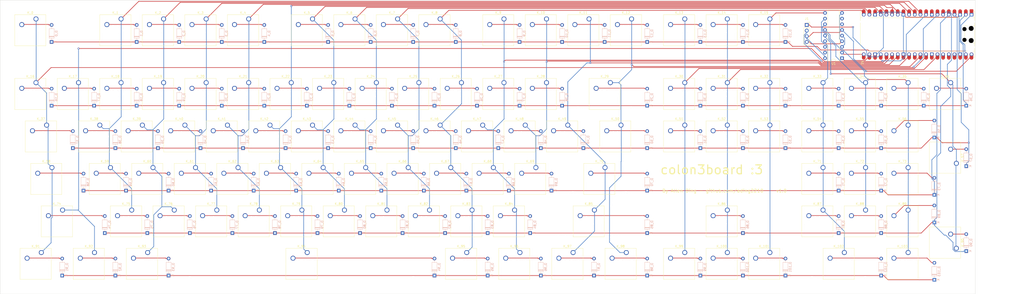
<source format=kicad_pcb>
(kicad_pcb (version 20241229) (generator "pcbnew") (generator_version "9.0")
  (layers (0 "F.Cu" signal) (2 "B.Cu" signal) (13 "F.Paste" user) (15 "B.Paste" user) (5 "F.SilkS" user "F.Silkscreen") (7 "B.SilkS" user "B.Silkscreen") (1 "F.Mask" user) (3 "B.Mask" user) (25 "Edge.Cuts" user))
  (net 0 "")
  (net 1 "col0")
  (net 2 "col1")
  (net 3 "col2")
  (net 4 "col3")
  (net 5 "col4")
  (net 6 "col5")
  (net 7 "col6")
  (net 8 "col7")
  (net 9 "col8")
  (net 10 "col9")
  (net 11 "col10")
  (net 12 "col11")
  (net 13 "col12")
  (net 14 "col13")
  (net 15 "col14")
  (net 16 "col15")
  (net 17 "col16")
  (net 18 "col17")
  (net 19 "col19")
  (net 20 "col20")
  (net 21 "col21")
  (net 22 "row0")
  (net 23 "row2")
  (net 24 "row3")
  (net 25 "row4")
  (net 26 "row5")
  (net 27 "Net-(D_0-A)")
  (net 28 "Net-(D_1-A)")
  (net 29 "Net-(D_2-A)")
  (net 30 "Net-(D_3-A)")
  (net 31 "Net-(D_4-A)")
  (net 32 "Net-(D_5-A)")
  (net 33 "Net-(D_6-A)")
  (net 34 "Net-(D_7-A)")
  (net 35 "Net-(D_8-A)")
  (net 36 "Net-(D_9-A)")
  (net 37 "Net-(D_10-A)")
  (net 38 "Net-(D_11-A)")
  (net 39 "Net-(D_12-A)")
  (net 40 "Net-(D_13-A)")
  (net 41 "Net-(D_14-A)")
  (net 42 "Net-(D_15-A)")
  (net 43 "Net-(D_16-A)")
  (net 44 "row1")
  (net 45 "Net-(D_17-A)")
  (net 46 "Net-(D_18-A)")
  (net 47 "Net-(D_19-A)")
  (net 48 "Net-(D_20-A)")
  (net 49 "Net-(D_21-A)")
  (net 50 "Net-(D_22-A)")
  (net 51 "Net-(D_23-A)")
  (net 52 "Net-(D_24-A)")
  (net 53 "Net-(D_25-A)")
  (net 54 "Net-(D_26-A)")
  (net 55 "Net-(D_27-A)")
  (net 56 "Net-(D_28-A)")
  (net 57 "Net-(D_29-A)")
  (net 58 "Net-(D_30-A)")
  (net 59 "Net-(D_31-A)")
  (net 60 "Net-(D_32-A)")
  (net 61 "Net-(D_33-A)")
  (net 62 "Net-(D_34-A)")
  (net 63 "Net-(D_35-A)")
  (net 64 "Net-(D_36-A)")
  (net 65 "Net-(D_37-A)")
  (net 66 "Net-(D_38-A)")
  (net 67 "Net-(D_39-A)")
  (net 68 "Net-(D_40-A)")
  (net 69 "Net-(D_41-A)")
  (net 70 "Net-(D_42-A)")
  (net 71 "Net-(D_43-A)")
  (net 72 "Net-(D_44-A)")
  (net 73 "Net-(D_45-A)")
  (net 74 "Net-(D_46-A)")
  (net 75 "Net-(D_47-A)")
  (net 76 "Net-(D_48-A)")
  (net 77 "Net-(D_49-A)")
  (net 78 "Net-(D_50-A)")
  (net 79 "Net-(D_51-A)")
  (net 80 "Net-(D_52-A)")
  (net 81 "Net-(D_53-A)")
  (net 82 "Net-(D_54-A)")
  (net 83 "Net-(D_55-A)")
  (net 84 "Net-(D_56-A)")
  (net 85 "Net-(D_57-A)")
  (net 86 "Net-(D_58-A)")
  (net 87 "Net-(D_59-A)")
  (net 88 "Net-(D_60-A)")
  (net 89 "Net-(D_61-A)")
  (net 90 "Net-(D_62-A)")
  (net 91 "Net-(D_63-A)")
  (net 92 "Net-(D_64-A)")
  (net 93 "Net-(D_65-A)")
  (net 94 "Net-(D_66-A)")
  (net 95 "Net-(D_67-A)")
  (net 96 "Net-(D_68-A)")
  (net 97 "Net-(D_69-A)")
  (net 98 "Net-(D_70-A)")
  (net 99 "Net-(D_71-A)")
  (net 100 "Net-(D_72-A)")
  (net 101 "Net-(D_73-A)")
  (net 102 "Net-(D_74-A)")
  (net 103 "Net-(D_75-A)")
  (net 104 "Net-(D_76-A)")
  (net 105 "Net-(D_77-A)")
  (net 106 "Net-(D_78-A)")
  (net 107 "Net-(D_79-A)")
  (net 108 "Net-(D_80-A)")
  (net 109 "Net-(D_81-A)")
  (net 110 "Net-(D_82-A)")
  (net 111 "Net-(D_83-A)")
  (net 112 "Net-(D_84-A)")
  (net 113 "Net-(D_85-A)")
  (net 114 "Net-(D_86-A)")
  (net 115 "Net-(D_87-A)")
  (net 116 "Net-(D_88-A)")
  (net 117 "Net-(D_89-A)")
  (net 118 "Net-(D_90-A)")
  (net 119 "Net-(D_91-A)")
  (net 120 "Net-(D_92-A)")
  (net 121 "Net-(D_93-A)")
  (net 122 "Net-(D_94-A)")
  (net 123 "Net-(D_95-A)")
  (net 124 "Net-(D_96-A)")
  (net 125 "Net-(D_97-A)")
  (net 126 "Net-(D_98-A)")
  (net 127 "Net-(D_99-A)")
  (net 128 "Net-(D_100-A)")
  (net 129 "Net-(D_101-A)")
  (net 130 "Net-(D_102-A)")
  (net 131 "Net-(D_103-A)")
  (net 132 "Net-(A1-GND-Pad13)")
  (net 133 "unconnected-(A1-RUN-Pad30)")
  (net 134 "unconnected-(A1-VSYS-Pad39)")
  (net 135 "unconnected-(A1-AGND-Pad33)")
  (net 136 "unconnected-(A1-3V3-Pad36)")
  (net 137 "unconnected-(A1-ADC_VREF-Pad35)")
  (net 138 "unconnected-(A1-3V3_EN-Pad37)")
  (net 144 "+5V")
  (net 145 "i2c1_scl")
  (net 146 "i2c0_scl")
  (net 147 "i2c1_sda")
  (net 148 "i2c0_sda")
  (net 149 "col18")
  (net 150 "Net-(U1-A0)")
  (net 151 "GND")
  (footprint "Library_Edited:SW_Cherry_MX_1.00u_PCB" (layer "F.Cu") (at 59.69 83.0262)
    (property "Reference" "K_0")
    (property "Value" "KEYSW")
  )
  (footprint "Library_Edited:SW_Cherry_MX_1.00u_PCB" (layer "F.Cu") (at 97.79 83.0262)
    (property "Reference" "K_1")
    (property "Value" "KEYSW")
  )
  (footprint "Library_Edited:SW_Cherry_MX_1.00u_PCB" (layer "F.Cu") (at 116.84 83.0262)
    (property "Reference" "K_2")
    (property "Value" "KEYSW")
  )
  (footprint "Library_Edited:SW_Cherry_MX_1.00u_PCB" (layer "F.Cu") (at 135.89 83.0262)
    (property "Reference" "K_3")
    (property "Value" "KEYSW")
  )
  (footprint "Library_Edited:SW_Cherry_MX_1.00u_PCB" (layer "F.Cu") (at 154.94 83.0262)
    (property "Reference" "K_4")
    (property "Value" "KEYSW")
  )
  (footprint "Library_Edited:SW_Cherry_MX_1.00u_PCB" (layer "F.Cu") (at 183.515 83.0262)
    (property "Reference" "K_5")
    (property "Value" "KEYSW")
  )
  (footprint "Library_Edited:SW_Cherry_MX_1.00u_PCB" (layer "F.Cu") (at 202.565 83.0262)
    (property "Reference" "K_6")
    (property "Value" "KEYSW")
  )
  (footprint "Library_Edited:SW_Cherry_MX_1.00u_PCB" (layer "F.Cu") (at 221.615 83.0262)
    (property "Reference" "K_7")
    (property "Value" "KEYSW")
  )
  (footprint "Library_Edited:SW_Cherry_MX_1.00u_PCB" (layer "F.Cu") (at 240.665 83.0262)
    (property "Reference" "K_8")
    (property "Value" "KEYSW")
  )
  (footprint "Library_Edited:SW_Cherry_MX_1.00u_PCB" (layer "F.Cu") (at 269.24 83.0262)
    (property "Reference" "K_9")
    (property "Value" "KEYSW")
  )
  (footprint "Library_Edited:SW_Cherry_MX_1.00u_PCB" (layer "F.Cu") (at 288.29 83.0262)
    (property "Reference" "K_10")
    (property "Value" "KEYSW")
  )
  (footprint "Library_Edited:SW_Cherry_MX_1.00u_PCB" (layer "F.Cu") (at 307.34 83.0262)
    (property "Reference" "K_11")
    (property "Value" "KEYSW")
  )
  (footprint "Library_Edited:SW_Cherry_MX_1.00u_PCB" (layer "F.Cu") (at 326.39 83.0262)
    (property "Reference" "K_12")
    (property "Value" "KEYSW")
  )
  (footprint "Library_Edited:SW_Cherry_MX_1.00u_PCB" (layer "F.Cu") (at 350.2025 83.0262)
    (property "Reference" "K_13")
    (property "Value" "KEYSW")
  )
  (footprint "Library_Edited:SW_Cherry_MX_1.00u_PCB" (layer "F.Cu") (at 369.2525 83.0262)
    (property "Reference" "K_14")
    (property "Value" "KEYSW")
  )
  (footprint "Library_Edited:SW_Cherry_MX_1.00u_PCB" (layer "F.Cu") (at 388.3025 83.0262)
    (property "Reference" "K_15")
    (property "Value" "KEYSW")
  )
  (footprint "Library_Edited:SW_Cherry_MX_1.00u_PCB" (layer "F.Cu") (at 59.69 111.6012)
    (property "Reference" "K_16")
    (property "Value" "KEYSW")
  )
  (footprint "Library_Edited:SW_Cherry_MX_1.00u_PCB" (layer "F.Cu") (at 78.74 111.6012)
    (property "Reference" "K_17")
    (property "Value" "KEYSW")
  )
  (footprint "Library_Edited:SW_Cherry_MX_1.00u_PCB" (layer "F.Cu") (at 97.79 111.6012)
    (property "Reference" "K_18")
    (property "Value" "KEYSW")
  )
  (footprint "Library_Edited:SW_Cherry_MX_1.00u_PCB" (layer "F.Cu") (at 116.84 111.6012)
    (property "Reference" "K_19")
    (property "Value" "KEYSW")
  )
  (footprint "Library_Edited:SW_Cherry_MX_1.00u_PCB" (layer "F.Cu") (at 135.89 111.6012)
    (property "Reference" "K_20")
    (property "Value" "KEYSW")
  )
  (footprint "Library_Edited:SW_Cherry_MX_1.00u_PCB" (layer "F.Cu") (at 154.94 111.6012)
    (property "Reference" "K_21")
    (property "Value" "KEYSW")
  )
  (footprint "Library_Edited:SW_Cherry_MX_1.00u_PCB" (layer "F.Cu") (at 173.99 111.6012)
    (property "Reference" "K_22")
    (property "Value" "KEYSW")
  )
  (footprint "Library_Edited:SW_Cherry_MX_1.00u_PCB" (layer "F.Cu") (at 193.04 111.6012)
    (property "Reference" "K_23")
    (property "Value" "KEYSW")
  )
  (footprint "Library_Edited:SW_Cherry_MX_1.00u_PCB" (layer "F.Cu") (at 212.09 111.6012)
    (property "Reference" "K_24")
    (property "Value" "KEYSW")
  )
  (footprint "Library_Edited:SW_Cherry_MX_1.00u_PCB" (layer "F.Cu") (at 231.14 111.6012)
    (property "Reference" "K_25")
    (property "Value" "KEYSW")
  )
  (footprint "Library_Edited:SW_Cherry_MX_1.00u_PCB" (layer "F.Cu") (at 250.19 111.6012)
    (property "Reference" "K_26")
    (property "Value" "KEYSW")
  )
  (footprint "Library_Edited:SW_Cherry_MX_1.00u_PCB" (layer "F.Cu") (at 269.24 111.6012)
    (property "Reference" "K_27")
    (property "Value" "KEYSW")
  )
  (footprint "Library_Edited:SW_Cherry_MX_1.00u_PCB" (layer "F.Cu") (at 288.29 111.6012)
    (property "Reference" "K_28")
    (property "Value" "KEYSW")
  )
  (footprint "Library_Edited:SW_Cherry_MX_2.00u_PCB" (layer "F.Cu") (at 316.865 111.6012)
    (property "Reference" "K_29")
    (property "Value" "KEYSW")
  )
  (footprint "Library_Edited:SW_Cherry_MX_1.00u_PCB" (layer "F.Cu") (at 350.2025 111.6012)
    (property "Reference" "K_30")
    (property "Value" "KEYSW")
  )
  (footprint "Library_Edited:SW_Cherry_MX_1.00u_PCB" (layer "F.Cu") (at 369.2525 111.6012)
    (property "Reference" "K_31")
    (property "Value" "KEYSW")
  )
  (footprint "Library_Edited:SW_Cherry_MX_1.00u_PCB" (layer "F.Cu") (at 388.3025 111.6012)
    (property "Reference" "K_32")
    (property "Value" "KEYSW")
  )
  (footprint "Library_Edited:SW_Cherry_MX_1.00u_PCB" (layer "F.Cu") (at 412.115 111.6012)
    (property "Reference" "K_33")
    (property "Value" "KEYSW")
  )
  (footprint "Library_Edited:SW_Cherry_MX_1.00u_PCB" (layer "F.Cu") (at 431.165 111.6012)
    (property "Reference" "K_34")
    (property "Value" "KEYSW")
  )
  (footprint "Library_Edited:SW_Cherry_MX_1.00u_PCB" (layer "F.Cu") (at 450.215 111.6012)
    (property "Reference" "K_35")
    (property "Value" "KEYSW")
  )
  (footprint "Library_Edited:SW_Cherry_MX_1.00u_PCB" (layer "F.Cu") (at 469.265 111.6012)
    (property "Reference" "K_36")
    (property "Value" "KEYSW")
  )
  (footprint "Library_Edited:SW_Cherry_MX_1.50u_PCB" (layer "F.Cu") (at 64.4525 130.6512)
    (property "Reference" "K_37")
    (property "Value" "KEYSW")
  )
  (footprint "Library_Edited:SW_Cherry_MX_1.00u_PCB" (layer "F.Cu") (at 88.265 130.6512)
    (property "Reference" "K_38")
    (property "Value" "KEYSW")
  )
  (footprint "Library_Edited:SW_Cherry_MX_1.00u_PCB" (layer "F.Cu") (at 107.315 130.6512)
    (property "Reference" "K_39")
    (property "Value" "KEYSW")
  )
  (footprint "Library_Edited:SW_Cherry_MX_1.00u_PCB" (layer "F.Cu") (at 126.365 130.6512)
    (property "Reference" "K_40")
    (property "Value" "KEYSW")
  )
  (footprint "Library_Edited:SW_Cherry_MX_1.00u_PCB" (layer "F.Cu") (at 145.415 130.6512)
    (property "Reference" "K_41")
    (property "Value" "KEYSW")
  )
  (footprint "Library_Edited:SW_Cherry_MX_1.00u_PCB" (layer "F.Cu") (at 164.465 130.6512)
    (property "Reference" "K_42")
    (property "Value" "KEYSW")
  )
  (footprint "Library_Edited:SW_Cherry_MX_1.00u_PCB" (layer "F.Cu") (at 183.515 130.6512)
    (property "Reference" "K_43")
    (property "Value" "KEYSW")
  )
  (footprint "Library_Edited:SW_Cherry_MX_1.00u_PCB" (layer "F.Cu") (at 202.565 130.6512)
    (property "Reference" "K_44")
    (property "Value" "KEYSW")
  )
  (footprint "Library_Edited:SW_Cherry_MX_1.00u_PCB" (layer "F.Cu") (at 221.615 130.6512)
    (property "Reference" "K_45")
    (property "Value" "KEYSW")
  )
  (footprint "Library_Edited:SW_Cherry_MX_1.00u_PCB" (layer "F.Cu") (at 240.665 130.6512)
    (property "Reference" "K_46")
    (property "Value" "KEYSW")
  )
  (footprint "Library_Edited:SW_Cherry_MX_1.00u_PCB" (layer "F.Cu") (at 259.715 130.6512)
    (property "Reference" "K_47")
    (property "Value" "KEYSW")
  )
  (footprint "Library_Edited:SW_Cherry_MX_1.00u_PCB" (layer "F.Cu") (at 278.765 130.6512)
    (property "Reference" "K_48")
    (property "Value" "KEYSW")
  )
  (footprint "Library_Edited:SW_Cherry_MX_1.00u_PCB" (layer "F.Cu") (at 297.815 130.6512)
    (property "Reference" "K_49")
    (property "Value" "KEYSW")
  )
  (footprint "Library_Edited:SW_Cherry_MX_1.50u_PCB" (layer "F.Cu") (at 321.6275 130.6512)
    (property "Reference" "K_50")
    (property "Value" "KEYSW")
  )
  (footprint "Library_Edited:SW_Cherry_MX_1.00u_PCB" (layer "F.Cu") (at 350.2025 130.6512)
    (property "Reference" "K_51")
    (property "Value" "KEYSW")
  )
  (footprint "Library_Edited:SW_Cherry_MX_1.00u_PCB" (layer "F.Cu") (at 369.2525 130.6512)
    (property "Reference" "K_52")
    (property "Value" "KEYSW")
  )
  (footprint "Library_Edited:SW_Cherry_MX_1.00u_PCB" (layer "F.Cu") (at 388.3025 130.6512)
    (property "Reference" "K_53")
    (property "Value" "KEYSW")
  )
  (footprint "Library_Edited:SW_Cherry_MX_1.00u_PCB" (layer "F.Cu") (at 412.115 130.6512)
    (property "Reference" "K_54")
    (property "Value" "KEYSW")
  )
  (footprint "Library_Edited:SW_Cherry_MX_1.00u_PCB" (layer "F.Cu") (at 431.165 130.6512)
    (property "Reference" "K_55")
    (property "Value" "KEYSW")
  )
  (footprint "Library_Edited:SW_Cherry_MX_1.00u_PCB" (layer "F.Cu") (at 450.215 130.6512)
    (property "Reference" "K_56")
    (property "Value" "KEYSW")
  )
  (footprint "Library_Edited:SW_Cherry_MX_2.00u_PCB" (layer "F.Cu") (at 471.805 147.7962 -90)
    (property "Reference" "K_57")
    (property "Value" "KEYSW")
  )
  (footprint "Library_Edited:SW_Cherry_MX_1.75u_PCB" (layer "F.Cu") (at 66.8338 149.7012)
    (property "Reference" "K_58")
    (property "Value" "KEYSW")
  )
  (footprint "Library_Edited:SW_Cherry_MX_1.00u_PCB" (layer "F.Cu") (at 93.0275 149.7012)
    (property "Reference" "K_59")
    (property "Value" "KEYSW")
  )
  (footprint "Library_Edited:SW_Cherry_MX_1.00u_PCB" (layer "F.Cu") (at 112.0775 149.7012)
    (property "Reference" "K_60")
    (property "Value" "KEYSW")
  )
  (footprint "Library_Edited:SW_Cherry_MX_1.00u_PCB" (layer "F.Cu") (at 131.1275 149.7012)
    (property "Reference" "K_61")
    (property "Value" "KEYSW")
  )
  (footprint "Library_Edited:SW_Cherry_MX_1.00u_PCB" (layer "F.Cu") (at 150.1775 149.7012)
    (property "Reference" "K_62")
    (property "Value" "KEYSW")
  )
  (footprint "Library_Edited:SW_Cherry_MX_1.00u_PCB" (layer "F.Cu") (at 169.2275 149.7012)
    (property "Reference" "K_63")
    (property "Value" "KEYSW")
  )
  (footprint "Library_Edited:SW_Cherry_MX_1.00u_PCB" (layer "F.Cu") (at 188.2775 149.7012)
    (property "Reference" "K_64")
    (property "Value" "KEYSW")
  )
  (footprint "Library_Edited:SW_Cherry_MX_1.00u_PCB" (layer "F.Cu") (at 207.3275 149.7012)
    (property "Reference" "K_65")
    (property "Value" "KEYSW")
  )
  (footprint "Library_Edited:SW_Cherry_MX_1.00u_PCB" (layer "F.Cu") (at 226.3775 149.7012)
    (property "Reference" "K_66")
    (property "Value" "KEYSW")
  )
  (footprint "Library_Edited:SW_Cherry_MX_1.00u_PCB" (layer "F.Cu") (at 245.4275 149.7012)
    (property "Reference" "K_67")
    (property "Value" "KEYSW")
  )
  (footprint "Library_Edited:SW_Cherry_MX_1.00u_PCB" (layer "F.Cu") (at 264.4775 149.7012)
    (property "Reference" "K_68")
    (property "Value" "KEYSW")
  )
  (footprint "Library_Edited:SW_Cherry_MX_1.00u_PCB" (layer "F.Cu") (at 283.5275 149.7012)
    (property "Reference" "K_69")
    (property "Value" "KEYSW")
  )
  (footprint "Library_Edited:SW_Cherry_MX_2.25u_PCB" (layer "F.Cu") (at 314.4838 149.7012)
    (property "Reference" "K_70")
    (property "Value" "KEYSW")
  )
  (footprint "Library_Edited:SW_Cherry_MX_1.00u_PCB" (layer "F.Cu") (at 412.115 149.7012)
    (property "Reference" "K_71")
    (property "Value" "KEYSW")
  )
  (footprint "Library_Edited:SW_Cherry_MX_1.00u_PCB" (layer "F.Cu") (at 431.165 149.7012)
    (property "Reference" "K_72")
    (property "Value" "KEYSW")
  )
  (footprint "Library_Edited:SW_Cherry_MX_1.00u_PCB" (layer "F.Cu") (at 450.215 149.7012)
    (property "Reference" "K_73")
    (property "Value" "KEYSW")
  )
  (footprint "Library_Edited:SW_Cherry_MX_2.25u_PCB" (layer "F.Cu") (at 71.5963 168.7512)
    (property "Reference" "K_74")
    (property "Value" "KEYSW")
  )
  (footprint "Library_Edited:SW_Cherry_MX_1.00u_PCB" (layer "F.Cu") (at 102.5525 168.7512)
    (property "Reference" "K_75")
    (property "Value" "KEYSW")
  )
  (footprint "Library_Edited:SW_Cherry_MX_1.00u_PCB" (layer "F.Cu") (at 121.6025 168.7512)
    (property "Reference" "K_76")
    (property "Value" "KEYSW")
  )
  (footprint "Library_Edited:SW_Cherry_MX_1.00u_PCB" (layer "F.Cu") (at 140.6525 168.7512)
    (property "Reference" "K_77")
    (property "Value" "KEYSW")
  )
  (footprint "Library_Edited:SW_Cherry_MX_1.00u_PCB" (layer "F.Cu") (at 159.7025 168.7512)
    (property "Reference" "K_78")
    (property "Value" "KEYSW")
  )
  (footprint "Library_Edited:SW_Cherry_MX_1.00u_PCB" (layer "F.Cu") (at 178.7525 168.7512)
    (property "Reference" "K_79")
    (property "Value" "KEYSW")
  )
  (footprint "Library_Edited:SW_Cherry_MX_1.00u_PCB" (layer "F.Cu") (at 197.8025 168.7512)
    (property "Reference" "K_80")
    (property "Value" "KEYSW")
  )
  (footprint "Library_Edited:SW_Cherry_MX_1.00u_PCB" (layer "F.Cu") (at 216.8525 168.7512)
    (property "Reference" "K_81")
    (property "Value" "KEYSW")
  )
  (footprint "Library_Edited:SW_Cherry_MX_1.00u_PCB" (layer "F.Cu") (at 235.9025 168.7512)
    (property "Reference" "K_82")
    (property "Value" "KEYSW")
  )
  (footprint "Library_Edited:SW_Cherry_MX_1.00u_PCB" (layer "F.Cu") (at 254.9525 168.7512)
    (property "Reference" "K_83")
    (property "Value" "KEYSW")
  )
  (footprint "Library_Edited:SW_Cherry_MX_1.00u_PCB" (layer "F.Cu") (at 274.0025 168.7512)
    (property "Reference" "K_84")
    (property "Value" "KEYSW")
  )
  (footprint "Library_Edited:SW_Cherry_MX_2.75u_PCB" (layer "F.Cu") (at 309.7213 168.7512)
    (property "Reference" "K_85")
    (property "Value" "KEYSW")
  )
  (footprint "Library_Edited:SW_Cherry_MX_1.00u_PCB" (layer "F.Cu") (at 369.2525 168.7512)
    (property "Reference" "K_86")
    (property "Value" "KEYSW")
  )
  (footprint "Library_Edited:SW_Cherry_MX_1.00u_PCB" (layer "F.Cu") (at 412.115 168.7512)
    (property "Reference" "K_87")
    (property "Value" "KEYSW")
  )
  (footprint "Library_Edited:SW_Cherry_MX_1.00u_PCB" (layer "F.Cu") (at 431.165 168.7512)
    (property "Reference" "K_88")
    (property "Value" "KEYSW")
  )
  (footprint "Library_Edited:SW_Cherry_MX_1.00u_PCB" (layer "F.Cu") (at 450.215 168.7512)
    (property "Reference" "K_89")
    (property "Value" "KEYSW")
  )
  (footprint "Library_Edited:SW_Cherry_MX_2.00u_PCB" (layer "F.Cu") (at 471.805 185.8962 -90)
    (property "Reference" "K_90")
    (property "Value" "KEYSW")
  )
  (footprint "Library_Edited:SW_Cherry_MX_1.25u_PCB" (layer "F.Cu") (at 62.0713 187.8012)
    (property "Reference" "K_91")
    (property "Value" "KEYSW")
  )
  (footprint "Library_Edited:SW_Cherry_MX_1.25u_PCB" (layer "F.Cu") (at 85.8838 187.8012)
    (property "Reference" "K_92")
    (property "Value" "KEYSW")
  )
  (footprint "Library_Edited:SW_Cherry_MX_1.25u_PCB" (layer "F.Cu") (at 109.6963 187.8012)
    (property "Reference" "K_93")
    (property "Value" "KEYSW")
  )
  (footprint "Library_Edited:SW_Cherry_MX_6.25u_PCB" (layer "F.Cu") (at 181.1338 187.8012)
    (property "Reference" "K_94")
    (property "Value" "KEYSW")
  )
  (footprint "Library_Edited:SW_Cherry_MX_1.25u_PCB" (layer "F.Cu") (at 252.5713 187.8012)
    (property "Reference" "K_95")
    (property "Value" "KEYSW")
  )
  (footprint "Library_Edited:SW_Cherry_MX_1.25u_PCB" (layer "F.Cu") (at 276.3838 187.8012)
    (property "Reference" "K_96")
    (property "Value" "KEYSW")
  )
  (footprint "Library_Edited:SW_Cherry_MX_1.25u_PCB" (layer "F.Cu") (at 300.1963 187.8012)
    (property "Reference" "K_97")
    (property "Value" "KEYSW")
  )
  (footprint "Library_Edited:SW_Cherry_MX_1.25u_PCB" (layer "F.Cu") (at 324.0088 187.8012)
    (property "Reference" "K_98")
    (property "Value" "KEYSW")
  )
  (footprint "Library_Edited:SW_Cherry_MX_1.00u_PCB" (layer "F.Cu") (at 350.2025 187.8012)
    (property "Reference" "K_99")
    (property "Value" "KEYSW")
  )
  (footprint "Library_Edited:SW_Cherry_MX_1.00u_PCB" (layer "F.Cu") (at 369.2525 187.8012)
    (property "Reference" "K_100")
    (property "Value" "KEYSW")
  )
  (footprint "Library_Edited:SW_Cherry_MX_1.00u_PCB" (layer "F.Cu") (at 388.3025 187.8012)
    (property "Reference" "K_101")
    (property "Value" "KEYSW")
  )
  (footprint "Library_Edited:SW_Cherry_MX_2.00u_PCB" (layer "F.Cu") (at 421.64 187.8012)
    (property "Reference" "K_102")
    (property "Value" "KEYSW")
  )
  (footprint "Library_Edited:SW_Cherry_MX_1.00u_PCB" (layer "F.Cu") (at 450.215 187.8012)
    (property "Reference" "K_103")
    (property "Value" "KEYSW")
  )
  (footprint "Package_DIP:DIP-18_W7.62mm" (layer "F.Cu") (at 420.62 100.6475 180)
    (property "Reference" "U1")
    (property "Value" "MCP23008-xP")
  )
  (footprint "Library_Edited:RaspberryPi_Pico_Common_Unspecified" (layer "F.Cu") (at 454.4625 90 -90)
    (property "Reference" "A1")
    (property "Value" "RaspberryPi_Pico")
  )
  (footprint "Library_Edited:PinSocket_1x04_P2.54mm_Vertical_OLED" (layer "F.Cu") (at 404.8125 85.725)
    (property "Reference" "J1")
    (property "Value" "Conn_01x04")
  )
  (footprint "Diode_THT:D_DO-35_SOD27_P7.62mm_Horizontal" (layer "B.Cu") (at 66.675 93.345 90)
    (property "Reference" "D_0")
    (property "Value" "D")
  )
  (footprint "Diode_THT:D_DO-35_SOD27_P7.62mm_Horizontal" (layer "B.Cu") (at 104.775 93.345 90)
    (property "Reference" "D_1")
    (property "Value" "D")
  )
  (footprint "Diode_THT:D_DO-35_SOD27_P7.62mm_Horizontal" (layer "B.Cu") (at 123.825 93.345 90)
    (property "Reference" "D_2")
    (property "Value" "D")
  )
  (footprint "Diode_THT:D_DO-35_SOD27_P7.62mm_Horizontal" (layer "B.Cu") (at 142.875 93.345 90)
    (property "Reference" "D_3")
    (property "Value" "D")
  )
  (footprint "Diode_THT:D_DO-35_SOD27_P7.62mm_Horizontal" (layer "B.Cu") (at 161.925 93.345 90)
    (property "Reference" "D_4")
    (property "Value" "D")
  )
  (footprint "Diode_THT:D_DO-35_SOD27_P7.62mm_Horizontal" (layer "B.Cu") (at 190.5 93.345 90)
    (property "Reference" "D_5")
    (property "Value" "D")
  )
  (footprint "Diode_THT:D_DO-35_SOD27_P7.62mm_Horizontal" (layer "B.Cu") (at 209.55 93.345 90)
    (property "Reference" "D_6")
    (property "Value" "D")
  )
  (footprint "Diode_THT:D_DO-35_SOD27_P7.62mm_Horizontal" (layer "B.Cu") (at 228.6 93.345 90)
    (property "Reference" "D_7")
    (property "Value" "D")
  )
  (footprint "Diode_THT:D_DO-35_SOD27_P7.62mm_Horizontal" (layer "B.Cu") (at 247.65 93.345 90)
    (property "Reference" "D_8")
    (property "Value" "D")
  )
  (footprint "Diode_THT:D_DO-35_SOD27_P7.62mm_Horizontal" (layer "B.Cu") (at 276.225 93.345 90)
    (property "Reference" "D_9")
    (property "Value" "D")
  )
  (footprint "Diode_THT:D_DO-35_SOD27_P7.62mm_Horizontal" (layer "B.Cu") (at 295.275 93.345 90)
    (property "Reference" "D_10")
    (property "Value" "D")
  )
  (footprint "Diode_THT:D_DO-35_SOD27_P7.62mm_Horizontal" (layer "B.Cu") (at 314.325 93.345 90)
    (property "Reference" "D_11")
    (property "Value" "D")
  )
  (footprint "Diode_THT:D_DO-35_SOD27_P7.62mm_Horizontal" (layer "B.Cu") (at 333.375 93.345 90)
    (property "Reference" "D_12")
    (property "Value" "D")
  )
  (footprint "Diode_THT:D_DO-35_SOD27_P7.62mm_Horizontal" (layer "B.Cu") (at 357.1875 93.345 90)
    (property "Reference" "D_13")
    (property "Value" "D")
  )
  (footprint "Diode_THT:D_DO-35_SOD27_P7.62mm_Horizontal" (layer "B.Cu") (at 376.2375 93.345 90)
    (property "Reference" "D_14")
    (property "Value" "D")
  )
  (footprint "Diode_THT:D_DO-35_SOD27_P7.62mm_Horizontal" (layer "B.Cu") (at 395.2875 93.345 90)
    (property "Reference" "D_15")
    (property "Value" "D")
  )
  (footprint "Diode_THT:D_DO-35_SOD27_P7.62mm_Horizontal" (layer "B.Cu") (at 66.675 121.92 90)
    (property "Reference" "D_16")
    (property "Value" "D")
  )
  (footprint "Diode_THT:D_DO-35_SOD27_P7.62mm_Horizontal" (layer "B.Cu") (at 85.725 121.92 90)
    (property "Reference" "D_17")
    (property "Value" "D")
  )
  (footprint "Diode_THT:D_DO-35_SOD27_P7.62mm_Horizontal" (layer "B.Cu") (at 104.775 121.92 90)
    (property "Reference" "D_18")
    (property "Value" "D")
  )
  (footprint "Diode_THT:D_DO-35_SOD27_P7.62mm_Horizontal" (layer "B.Cu") (at 123.825 121.92 90)
    (property "Reference" "D_19")
    (property "Value" "D")
  )
  (footprint "Diode_THT:D_DO-35_SOD27_P7.62mm_Horizontal" (layer "B.Cu") (at 142.875 121.92 90)
    (property "Reference" "D_20")
    (property "Value" "D")
  )
  (footprint "Diode_THT:D_DO-35_SOD27_P7.62mm_Horizontal" (layer "B.Cu") (at 161.925 121.92 90)
    (property "Reference" "D_21")
    (property "Value" "D")
  )
  (footprint "Diode_THT:D_DO-35_SOD27_P7.62mm_Horizontal" (layer "B.Cu") (at 180.975 121.92 90)
    (property "Reference" "D_22")
    (property "Value" "D")
  )
  (footprint "Diode_THT:D_DO-35_SOD27_P7.62mm_Horizontal" (layer "B.Cu") (at 200.025 121.92 90)
    (property "Reference" "D_23")
    (property "Value" "D")
  )
  (footprint "Diode_THT:D_DO-35_SOD27_P7.62mm_Horizontal" (layer "B.Cu") (at 219.075 121.92 90)
    (property "Reference" "D_24")
    (property "Value" "D")
  )
  (footprint "Diode_THT:D_DO-35_SOD27_P7.62mm_Horizontal" (layer "B.Cu") (at 238.125 121.92 90)
    (property "Reference" "D_25")
    (property "Value" "D")
  )
  (footprint "Diode_THT:D_DO-35_SOD27_P7.62mm_Horizontal" (layer "B.Cu") (at 257.175 121.92 90)
    (property "Reference" "D_26")
    (property "Value" "D")
  )
  (footprint "Diode_THT:D_DO-35_SOD27_P7.62mm_Horizontal" (layer "B.Cu") (at 276.225 121.92 90)
    (property "Reference" "D_27")
    (property "Value" "D")
  )
  (footprint "Diode_THT:D_DO-35_SOD27_P7.62mm_Horizontal" (layer "B.Cu") (at 295.275 121.92 90)
    (property "Reference" "D_28")
    (property "Value" "D")
  )
  (footprint "Diode_THT:D_DO-35_SOD27_P7.62mm_Horizontal" (layer "B.Cu") (at 333.375 121.92 90)
    (property "Reference" "D_29")
    (property "Value" "D")
  )
  (footprint "Diode_THT:D_DO-35_SOD27_P7.62mm_Horizontal" (layer "B.Cu") (at 357.1875 121.92 90)
    (property "Reference" "D_30")
    (property "Value" "D")
  )
  (footprint "Diode_THT:D_DO-35_SOD27_P7.62mm_Horizontal" (layer "B.Cu") (at 376.2375 121.92 90)
    (property "Reference" "D_31")
    (property "Value" "D")
  )
  (footprint "Diode_THT:D_DO-35_SOD27_P7.62mm_Horizontal" (layer "B.Cu") (at 395.2875 121.92 90)
    (property "Reference" "D_32")
    (property "Value" "D")
  )
  (footprint "Diode_THT:D_DO-35_SOD27_P7.62mm_Horizontal" (layer "B.Cu") (at 419.1 121.92 90)
    (property "Reference" "D_33")
    (property "Value" "D")
  )
  (footprint "Diode_THT:D_DO-35_SOD27_P7.62mm_Horizontal" (layer "B.Cu") (at 438.15 121.92 90)
    (property "Reference" "D_34")
    (property "Value" "D")
  )
  (footprint "Diode_THT:D_DO-35_SOD27_P7.62mm_Horizontal" (layer "B.Cu") (at 457.2 121.92 90)
    (property "Reference" "D_35")
    (property "Value" "D")
  )
  (footprint "Diode_THT:D_DO-35_SOD27_P7.62mm_Horizontal" (layer "B.Cu") (at 476.25 121.92 90)
    (property "Reference" "D_36")
    (property "Value" "D")
  )
  (footprint "Diode_THT:D_DO-35_SOD27_P7.62mm_Horizontal" (layer "B.Cu") (at 76.2 140.97 90)
    (property "Reference" "D_37")
    (property "Value" "D")
  )
  (footprint "Diode_THT:D_DO-35_SOD27_P7.62mm_Horizontal" (layer "B.Cu") (at 95.25 140.97 90)
    (property "Reference" "D_38")
    (property "Value" "D")
  )
  (footprint "Diode_THT:D_DO-35_SOD27_P7.62mm_Horizontal" (layer "B.Cu") (at 114.3 140.97 90)
    (property "Reference" "D_39")
    (property "Value" "D")
  )
  (footprint "Diode_THT:D_DO-35_SOD27_P7.62mm_Horizontal" (layer "B.Cu") (at 133.35 140.97 90)
    (property "Reference" "D_40")
    (property "Value" "D")
  )
  (footprint "Diode_THT:D_DO-35_SOD27_P7.62mm_Horizontal" (layer "B.Cu") (at 152.4 140.97 90)
    (property "Reference" "D_41")
    (property "Value" "D")
  )
  (footprint "Diode_THT:D_DO-35_SOD27_P7.62mm_Horizontal" (layer "B.Cu") (at 171.45 140.97 90)
    (property "Reference" "D_42")
    (property "Value" "D")
  )
  (footprint "Diode_THT:D_DO-35_SOD27_P7.62mm_Horizontal" (layer "B.Cu") (at 190.5 140.97 90)
    (property "Reference" "D_43")
    (property "Value" "D")
  )
  (footprint "Diode_THT:D_DO-35_SOD27_P7.62mm_Horizontal" (layer "B.Cu") (at 209.55 140.97 90)
    (property "Reference" "D_44")
    (property "Value" "D")
  )
  (footprint "Diode_THT:D_DO-35_SOD27_P7.62mm_Horizontal" (layer "B.Cu") (at 228.6 140.97 90)
    (property "Reference" "D_45")
    (property "Value" "D")
  )
  (footprint "Diode_THT:D_DO-35_SOD27_P7.62mm_Horizontal" (layer "B.Cu") (at 247.65 140.97 90)
    (property "Reference" "D_46")
    (property "Value" "D")
  )
  (footprint "Diode_THT:D_DO-35_SOD27_P7.62mm_Horizontal" (layer "B.Cu") (at 266.7 140.97 90)
    (property "Reference" "D_47")
    (property "Value" "D")
  )
  (footprint "Diode_THT:D_DO-35_SOD27_P7.62mm_Horizontal" (layer "B.Cu") (at 285.75 140.97 90)
    (property "Reference" "D_48")
    (property "Value" "D")
  )
  (footprint "Diode_THT:D_DO-35_SOD27_P7.62mm_Horizontal" (layer "B.Cu") (at 304.8 140.97 90)
    (property "Reference" "D_49")
    (property "Value" "D")
  )
  (footprint "Diode_THT:D_DO-35_SOD27_P7.62mm_Horizontal" (layer "B.Cu") (at 333.375 140.97 90)
    (property "Reference" "D_50")
    (property "Value" "D")
  )
  (footprint "Diode_THT:D_DO-35_SOD27_P7.62mm_Horizontal" (layer "B.Cu") (at 357.1875 140.97 90)
    (property "Reference" "D_51")
    (property "Value" "D")
  )
  (footprint "Diode_THT:D_DO-35_SOD27_P7.62mm_Horizontal" (layer "B.Cu") (at 376.2375 140.97 90)
    (property "Reference" "D_52")
    (property "Value" "D")
  )
  (footprint "Diode_THT:D_DO-35_SOD27_P7.62mm_Horizontal" (layer "B.Cu") (at 395.2875 140.97 90)
    (property "Reference" "D_53")
    (property "Value" "D")
  )
  (footprint "Diode_THT:D_DO-35_SOD27_P7.62mm_Horizontal" (layer "B.Cu") (at 419.1 140.97 90)
    (property "Reference" "D_54")
    (property "Value" "D")
  )
  (footprint "Diode_THT:D_DO-35_SOD27_P7.62mm_Horizontal" (layer "B.Cu") (at 438.15 140.97 90)
    (property "Reference" "D_55")
    (property "Value" "D")
  )
  (footprint "Diode_THT:D_DO-35_SOD27_P7.62mm_Horizontal" (layer "B.Cu") (at 461.9625 136.2075 90)
    (property "Reference" "D_56")
    (property "Value" "D")
  )
  (footprint "Diode_THT:D_DO-35_SOD27_P7.62mm_Horizontal" (layer "B.Cu") (at 476.25 149.0662 90)
    (property "Reference" "D_57")
    (property "Value" "D")
  )
  (footprint "Diode_THT:D_DO-35_SOD27_P7.62mm_Horizontal" (layer "B.Cu") (at 80.9625 160.02 90)
    (property "Reference" "D_58")
    (property "Value" "D")
  )
  (footprint "Diode_THT:D_DO-35_SOD27_P7.62mm_Horizontal" (layer "B.Cu") (at 100.0125 160.02 90)
    (property "Reference" "D_59")
    (property "Value" "D")
  )
  (footprint "Diode_THT:D_DO-35_SOD27_P7.62mm_Horizontal" (layer "B.Cu") (at 119.0625 160.02 90)
    (property "Reference" "D_60")
    (property "Value" "D")
  )
  (footprint "Diode_THT:D_DO-35_SOD27_P7.62mm_Horizontal" (layer "B.Cu") (at 138.1125 160.02 90)
    (property "Reference" "D_61")
    (property "Value" "D")
  )
  (footprint "Diode_THT:D_DO-35_SOD27_P7.62mm_Horizontal" (layer "B.Cu") (at 157.1625 160.02 90)
    (property "Reference" "D_62")
    (property "Value" "D")
  )
  (footprint "Diode_THT:D_DO-35_SOD27_P7.62mm_Horizontal" (layer "B.Cu") (at 176.2125 160.02 90)
    (property "Reference" "D_63")
    (property "Value" "D")
  )
  (footprint "Diode_THT:D_DO-35_SOD27_P7.62mm_Horizontal" (layer "B.Cu") (at 195.2625 160.02 90)
    (property "Reference" "D_64")
    (property "Value" "D")
  )
  (footprint "Diode_THT:D_DO-35_SOD27_P7.62mm_Horizontal" (layer "B.Cu") (at 214.3125 160.02 90)
    (property "Reference" "D_65")
    (property "Value" "D")
  )
  (footprint "Diode_THT:D_DO-35_SOD27_P7.62mm_Horizontal" (layer "B.Cu") (at 233.3625 160.02 90)
    (property "Reference" "D_66")
    (property "Value" "D")
  )
  (footprint "Diode_THT:D_DO-35_SOD27_P7.62mm_Horizontal" (layer "B.Cu") (at 252.4125 160.02 90)
    (property "Reference" "D_67")
    (property "Value" "D")
  )
  (footprint "Diode_THT:D_DO-35_SOD27_P7.62mm_Horizontal" (layer "B.Cu") (at 271.4625 160.02 90)
    (property "Reference" "D_68")
    (property "Value" "D")
  )
  (footprint "Diode_THT:D_DO-35_SOD27_P7.62mm_Horizontal" (layer "B.Cu") (at 290.5125 160.02 90)
    (property "Reference" "D_69")
    (property "Value" "D")
  )
  (footprint "Diode_THT:D_DO-35_SOD27_P7.62mm_Horizontal" (layer "B.Cu") (at 333.375 160.02 90)
    (property "Reference" "D_70")
    (property "Value" "D")
  )
  (footprint "Diode_THT:D_DO-35_SOD27_P7.62mm_Horizontal" (layer "B.Cu") (at 419.1 160.02 90)
    (property "Reference" "D_71")
    (property "Value" "D")
  )
  (footprint "Diode_THT:D_DO-35_SOD27_P7.62mm_Horizontal" (layer "B.Cu") (at 438.15 160.02 90)
    (property "Reference" "D_72")
    (property "Value" "D")
  )
  (footprint "Diode_THT:D_DO-35_SOD27_P7.62mm_Horizontal" (layer "B.Cu") (at 461.9625 161.925 90)
    (property "Reference" "D_73")
    (property "Value" "D")
  )
  (footprint "Diode_THT:D_DO-35_SOD27_P7.62mm_Horizontal" (layer "B.Cu") (at 90.4875 179.07 90)
    (property "Reference" "D_74")
    (property "Value" "D")
  )
  (footprint "Diode_THT:D_DO-35_SOD27_P7.62mm_Horizontal" (layer "B.Cu") (at 109.5375 179.07 90)
    (property "Reference" "D_75")
    (property "Value" "D")
  )
  (footprint "Diode_THT:D_DO-35_SOD27_P7.62mm_Horizontal" (layer "B.Cu") (at 128.5875 179.07 90)
    (property "Reference" "D_76")
    (property "Value" "D")
  )
  (footprint "Diode_THT:D_DO-35_SOD27_P7.62mm_Horizontal" (layer "B.Cu") (at 147.6375 179.07 90)
    (property "Reference" "D_77")
    (property "Value" "D")
  )
  (footprint "Diode_THT:D_DO-35_SOD27_P7.62mm_Horizontal" (layer "B.Cu") (at 166.6875 179.07 90)
    (property "Reference" "D_78")
    (property "Value" "D")
  )
  (footprint "Diode_THT:D_DO-35_SOD27_P7.62mm_Horizontal" (layer "B.Cu") (at 185.7375 179.07 90)
    (property "Reference" "D_79")
    (property "Value" "D")
  )
  (footprint "Diode_THT:D_DO-35_SOD27_P7.62mm_Horizontal" (layer "B.Cu") (at 204.7875 179.07 90)
    (property "Reference" "D_80")
    (property "Value" "D")
  )
  (footprint "Diode_THT:D_DO-35_SOD27_P7.62mm_Horizontal" (layer "B.Cu") (at 223.8375 179.07 90)
    (property "Reference" "D_81")
    (property "Value" "D")
  )
  (footprint "Diode_THT:D_DO-35_SOD27_P7.62mm_Horizontal" (layer "B.Cu") (at 242.8875 179.07 90)
    (property "Reference" "D_82")
    (property "Value" "D")
  )
  (footprint "Diode_THT:D_DO-35_SOD27_P7.62mm_Horizontal" (layer "B.Cu") (at 261.9375 179.07 90)
    (property "Reference" "D_83")
    (property "Value" "D")
  )
  (footprint "Diode_THT:D_DO-35_SOD27_P7.62mm_Horizontal" (layer "B.Cu") (at 280.9875 179.07 90)
    (property "Reference" "D_84")
    (property "Value" "D")
  )
  (footprint "Diode_THT:D_DO-35_SOD27_P7.62mm_Horizontal" (layer "B.Cu") (at 333.375 179.07 90)
    (property "Reference" "D_85")
    (property "Value" "D")
  )
  (footprint "Diode_THT:D_DO-35_SOD27_P7.62mm_Horizontal" (layer "B.Cu") (at 376.2375 179.07 90)
    (property "Reference" "D_86")
    (property "Value" "D")
  )
  (footprint "Diode_THT:D_DO-35_SOD27_P7.62mm_Horizontal" (layer "B.Cu") (at 419.1 179.07 90)
    (property "Reference" "D_87")
    (property "Value" "D")
  )
  (footprint "Diode_THT:D_DO-35_SOD27_P7.62mm_Horizontal" (layer "B.Cu") (at 438.15 179.07 90)
    (property "Reference" "D_88")
    (property "Value" "D")
  )
  (footprint "Diode_THT:D_DO-35_SOD27_P7.62mm_Horizontal" (layer "B.Cu") (at 461.9625 174.3075 90)
    (property "Reference" "D_89")
    (property "Value" "D")
  )
  (footprint "Diode_THT:D_DO-35_SOD27_P7.62mm_Horizontal" (layer "B.Cu") (at 476.25 187.1662 90)
    (property "Reference" "D_90")
    (property "Value" "D")
  )
  (footprint "Diode_THT:D_DO-35_SOD27_P7.62mm_Horizontal" (layer "B.Cu") (at 71.4375 198.12 90)
    (property "Reference" "D_91")
    (property "Value" "D")
  )
  (footprint "Diode_THT:D_DO-35_SOD27_P7.62mm_Horizontal" (layer "B.Cu") (at 95.25 198.12 90)
    (property "Reference" "D_92")
    (property "Value" "D")
  )
  (footprint "Diode_THT:D_DO-35_SOD27_P7.62mm_Horizontal" (layer "B.Cu") (at 119.0625 198.12 90)
    (property "Reference" "D_93")
    (property "Value" "D")
  )
  (footprint "Diode_THT:D_DO-35_SOD27_P7.62mm_Horizontal" (layer "B.Cu") (at 238.125 198.12 90)
    (property "Reference" "D_94")
    (property "Value" "D")
  )
  (footprint "Diode_THT:D_DO-35_SOD27_P7.62mm_Horizontal" (layer "B.Cu") (at 261.9375 198.12 90)
    (property "Reference" "D_95")
    (property "Value" "D")
  )
  (footprint "Diode_THT:D_DO-35_SOD27_P7.62mm_Horizontal" (layer "B.Cu") (at 285.75 198.12 90)
    (property "Reference" "D_96")
    (property "Value" "D")
  )
  (footprint "Diode_THT:D_DO-35_SOD27_P7.62mm_Horizontal" (layer "B.Cu") (at 309.5625 198.12 90)
    (property "Reference" "D_97")
    (property "Value" "D")
  )
  (footprint "Diode_THT:D_DO-35_SOD27_P7.62mm_Horizontal" (layer "B.Cu") (at 333.375 198.12 90)
    (property "Reference" "D_98")
    (property "Value" "D")
  )
  (footprint "Diode_THT:D_DO-35_SOD27_P7.62mm_Horizontal" (layer "B.Cu") (at 357.1875 198.12 90)
    (property "Reference" "D_99")
    (property "Value" "D")
  )
  (footprint "Diode_THT:D_DO-35_SOD27_P7.62mm_Horizontal" (layer "B.Cu") (at 376.2375 198.12 90)
    (property "Reference" "D_100")
    (property "Value" "D")
  )
  (footprint "Diode_THT:D_DO-35_SOD27_P7.62mm_Horizontal" (layer "B.Cu") (at 395.2875 198.12 90)
    (property "Reference" "D_101")
    (property "Value" "D")
  )
  (footprint "Diode_THT:D_DO-35_SOD27_P7.62mm_Horizontal" (layer "B.Cu") (at 438.15 198.12 90)
    (property "Reference" "D_102")
    (property "Value" "D")
  )
  (footprint "Diode_THT:D_DO-35_SOD27_P7.62mm_Horizontal" (layer "B.Cu") (at 461.9625 200.025 90)
    (property "Reference" "D_103")
    (property "Value" "D")
  )
  (gr_rect (start 43.625 74.58125) (end 480.25 206.40625) (stroke (width 0.1)) (fill no) (layer "Edge.Cuts"))
  (gr_text "colon3board :3" (at 339 153 0) (layer "F.SilkS") (effects (font (size 4 4) (thickness 0.5)) (justify left bottom)))
  (gr_text "v1.0" (at 391 161 0) (layer "F.SilkS") (effects (font (size 1.5 1.5) (thickness 0.1875)) (justify left bottom)))
  (gr_text "By Allen Ding - github.com/ading2210" (at 340 161 0) (layer "F.SilkS") (effects (font (size 1.5 1.5) (thickness 0.1875)) (justify left bottom)))
  (segment (start 59.69 111.6012) (end 66.4617 104.8295) (width 0.25) (layer "F.Cu") (net 1))
  (segment (start 66.4617 104.8295) (end 452.4096 104.8295) (width 0.25) (layer "F.Cu") (net 1))
  (segment (start 463.3525 81.11) (end 463.3525 80.31) (width 0.25) (layer "F.Cu") (net 1))
  (segment (start 452.4096 104.8295) (end 452.691 104.5481) (width 0.25) (layer "F.Cu") (net 1))
  (via (at 452.691 104.5481) (size 0.8) (drill 0.4) (layers "F.Cu" "B.Cu") (net 1))
  (segment (start 66.463 172.5241) (end 66.463 183.4095) (width 0.25) (layer "B.Cu") (net 1))
  (segment (start 457.0025 87.46) (end 457.0025 100.2366) (width 0.25) (layer "B.Cu") (net 1))
  (segment (start 463.3525 81.11) (end 457.0025 87.46) (width 0.25) (layer "B.Cu") (net 1))
  (segment (start 66.9113 149.7787) (end 66.9113 172.0758) (width 0.25) (layer "B.Cu") (net 1))
  (segment (start 66.9113 172.0758) (end 66.463 172.5241) (width 0.25) (layer "B.Cu") (net 1))
  (segment (start 66.463 183.4095) (end 62.0713 187.8012) (width 0.25) (layer "B.Cu") (net 1))
  (segment (start 65.1051 131.3038) (end 65.1051 147.9725) (width 0.25) (layer "B.Cu") (net 1))
  (segment (start 66.8338 149.7012) (end 66.9113 149.7787) (width 0.25) (layer "B.Cu") (net 1))
  (segment (start 64.4525 116.28) (end 59.7737 111.6012) (width 0.25) (layer "B.Cu") (net 1))
  (segment (start 457.0025 100.2366) (end 452.691 104.5481) (width 0.25) (layer "B.Cu") (net 1))
  (segment (start 59.7737 83.1099) (end 59.69 83.0262) (width 0.25) (layer "B.Cu") (net 1))
  (segment (start 65.1051 147.9725) (end 66.8338 149.7012) (width 0.25) (layer "B.Cu") (net 1))
  (segment (start 64.4525 130.6512) (end 65.1051 131.3038) (width 0.25) (layer "B.Cu") (net 1))
  (segment (start 59.7737 111.6012) (end 59.69 111.6012) (width 0.25) (layer "B.Cu") (net 1))
  (segment (start 64.4525 130.6512) (end 64.4525 116.28) (width 0.25) (layer "B.Cu") (net 1))
  (segment (start 59.7737 111.6012) (end 59.7737 83.1099) (width 0.25) (layer "B.Cu") (net 1))
  (segment (start 412.7502 102.1193) (end 406.9202 96.2893) (width 0.25) (layer "F.Cu") (net 2))
  (segment (start 406.9202 96.2893) (end 78.74 96.2893) (width 0.25) (layer "F.Cu") (net 2))
  (segment (start 438.6126 101.8282) (end 438.3215 102.1193) (width 0.25) (layer "F.Cu") (net 2))
  (segment (start 438.3215 102.1193) (end 412.7502 102.1193) (width 0.25) (layer "F.Cu") (net 2))
  (segment (start 458.2725 81.11) (end 458.2725 80.31) (width 0.25) (layer "F.Cu") (net 2))
  (via (at 438.6126 101.8282) (size 0.8) (drill 0.4) (layers "F.Cu" "B.Cu") (net 2))
  (via (at 78.74 96.2893) (size 0.8) (drill 0.4) (layers "F.Cu" "B.Cu") (net 2))
  (segment (start 78.798 168.5032) (end 78.798 111.6592) (width 0.25) (layer "B.Cu") (net 2))
  (segment (start 78.798 111.6592) (end 78.74 111.6012) (width 0.25) (layer "B.Cu") (net 2))
  (segment (start 458.2725 81.11) (end 449.3798 90.0027) (width 0.25) (layer "B.Cu") (net 2))
  (segment (start 78.55 168.7512) (end 71.5963 168.7512) (width 0.25) (layer "B.Cu") (net 2))
  (segment (start 78.55 168.7512) (end 78.798 168.5032) (width 0.25) (layer "B.Cu") (net 2))
  (segment (start 446.8323 101.8282) (end 438.6126 101.8282) (width 0.25) (layer "B.Cu") (net 2))
  (segment (start 449.3798 90.0027) (end 449.3798 99.2807) (width 0.25) (layer "B.Cu") (net 2))
  (segment (start 449.3798 99.2807) (end 446.8323 101.8282) (width 0.25) (layer "B.Cu") (net 2))
  (segment (start 85.8838 176.085) (end 78.55 168.7512) (width 0.25) (layer "B.Cu") (net 2))
  (segment (start 85.8838 187.8012) (end 85.8838 176.085) (width 0.25) (layer "B.Cu") (net 2))
  (segment (start 78.74 111.6012) (end 78.74 96.2893) (width 0.25) (layer "B.Cu") (net 2))
  (segment (start 450.5757 75.1532) (end 455.7325 80.31) (width 0.25) (layer "F.Cu") (net 3))
  (segment (start 105.663 75.1532) (end 450.5757 75.1532) (width 0.25) (layer "F.Cu") (net 3))
  (segment (start 455.7325 81.11) (end 455.7325 80.31) (width 0.25) (layer "F.Cu") (net 3))
  (segment (start 97.79 83.0262) (end 105.663 75.1532) (width 0.25) (layer "F.Cu") (net 3))
  (segment (start 97.8474 111.5438) (end 97.8474 83.0836) (width 0.25) (layer "B.Cu") (net 3))
  (segment (start 89.8357 132.2219) (end 92.5307 132.2219) (width 0.25) (layer "B.Cu") (net 3))
  (segment (start 92.5307 132.2219) (end 92.5307 149.2044) (width 0.25) (layer "B.Cu") (net 3))
  (segment (start 97.79 111.6012) (end 97.8534 111.6646) (width 0.25) (layer "B.Cu") (net 3))
  (segment (start 102.5525 159.2262) (end 93.0275 149.7012) (width 0.25) (layer "B.Cu") (net 3))
  (segment (start 88.265 130.6512) (end 89.8357 132.2219) (width 0.25) (layer "B.Cu") (net 3))
  (segment (start 97.8534 111.6646) (end 97.8534 126.8992) (width 0.25) (layer "B.Cu") (net 3))
  (segment (start 92.5307 149.2044) (end 93.0275 149.7012) (width 0.25) (layer "B.Cu") (net 3))
  (segment (start 102.5525 168.7512) (end 102.5525 159.2262) (width 0.25) (layer "B.Cu") (net 3))
  (segment (start 97.8474 83.0836) (end 97.79 83.0262) (width 0.25) (layer "B.Cu") (net 3))
  (segment (start 97.8534 126.8992) (end 92.5307 132.2219) (width 0.25) (layer "B.Cu") (net 3))
  (segment (start 97.79 111.6012) (end 97.8474 111.5438) (width 0.25) (layer "B.Cu") (net 3))
  (segment (start 453.1925 81.11) (end 453.1925 80.31) (width 0.25) (layer "F.Cu") (net 4))
  (segment (start 124.2554 75.6108) (end 116.84 83.0262) (width 0.25) (layer "F.Cu") (net 4))
  (segment (start 448.4933 75.6108) (end 124.2554 75.6108) (width 0.25) (layer "F.Cu") (net 4))
  (segment (start 453.1925 80.31) (end 448.4933 75.6108) (width 0.25) (layer "F.Cu") (net 4))
  (segment (start 116.8974 111.5438) (end 116.8974 83.0836) (width 0.25) (layer "B.Cu") (net 4))
  (segment (start 116.84 111.6012) (end 116.8908 111.652) (width 0.25) (layer "B.Cu") (net 4))
  (segment (start 116.8908 111.652) (end 116.8908 127.9055) (width 0.25) (layer "B.Cu") (net 4))
  (segment (start 109.6963 187.8012) (end 112.4233 185.0742) (width 0.25) (layer "B.Cu") (net 4))
  (segment (start 116.8974 83.0836) (end 116.84 83.0262) (width 0.25) (layer "B.Cu") (net 4))
  (segment (start 109.3826 132.7188) (end 112.0775 132.7188) (width 0.25) (layer "B.Cu") (net 4))
  (segment (start 116.8908 127.9055) (end 112.0775 132.7188) (width 0.25) (layer "B.Cu") (net 4))
  (segment (start 107.315 130.6512) (end 109.3826 132.7188) (width 0.25) (layer "B.Cu") (net 4))
  (segment (start 116.0488 167.2771) (end 120.1284 167.2771) (width 0.25) (layer "B.Cu") (net 4))
  (segment (start 116.0488 167.2771) (end 116.0488 153.6725) (width 0.25) (layer "B.Cu") (net 4))
  (segment (start 112.4233 185.0742) (end 112.4233 170.9026) (width 0.25) (layer "B.Cu") (net 4))
  (segment (start 116.84 111.6012) (end 116.8974 111.5438) (width 0.25) (layer "B.Cu") (net 4))
  (segment (start 112.4233 170.9026) (end 116.0488 167.2771) (width 0.25) (layer "B.Cu") (net 4))
  (segment (start 112.0775 132.7188) (end 112.0775 149.7012) (width 0.25) (layer "B.Cu") (net 4))
  (segment (start 120.1284 167.2771) (end 121.6025 168.7512) (width 0.25) (layer "B.Cu") (net 4))
  (segment (start 116.0488 153.6725) (end 112.0775 149.7012) (width 0.25) (layer "B.Cu") (net 4))
  (segment (start 450.6525 81.11) (end 450.6525 80.31) (width 0.25) (layer "F.Cu") (net 5))
  (segment (start 446.405 76.0625) (end 450.6525 80.31) (width 0.25) (layer "F.Cu") (net 5))
  (segment (start 135.89 83.0262) (end 142.8537 76.0625) (width 0.25) (layer "F.Cu") (net 5))
  (segment (start 142.8537 76.0625) (end 446.405 76.0625) (width 0.25) (layer "F.Cu") (net 5))
  (segment (start 131.1275 135.4137) (end 132.9348 135.4137) (width 0.25) (layer "B.Cu") (net 5))
  (segment (start 135.89 111.6012) (end 135.9725 111.5187) (width 0.25) (layer "B.Cu") (net 5))
  (segment (start 140.6525 168.7512) (end 140.6525 159.2262) (width 0.25) (layer "B.Cu") (net 5))
  (segment (start 135.9725 111.5187) (end 135.9725 83.1087) (width 0.25) (layer "B.Cu") (net 5))
  (segment (start 131.1275 149.7012) (end 131.1275 135.4137) (width 0.25) (layer "B.Cu") (net 5))
  (segment (start 132.9348 135.4137) (end 135.9474 132.4011) (width 0.25) (layer "B.Cu") (net 5))
  (segment (start 140.6525 159.2262) (end 131.1275 149.7012) (width 0.25) (layer "B.Cu") (net 5))
  (segment (start 135.9474 111.6586) (end 135.89 111.6012) (width 0.25) (layer "B.Cu") (net 5))
  (segment (start 131.1275 135.4137) (end 126.365 130.6512) (width 0.25) (layer "B.Cu") (net 5))
  (segment (start 135.9474 132.4011) (end 135.9474 111.6586) (width 0.25) (layer "B.Cu") (net 5))
  (segment (start 135.9725 83.1087) (end 135.89 83.0262) (width 0.25) (layer "B.Cu") (net 5))
  (segment (start 161.452 76.5142) (end 154.94 83.0262) (width 0.25) (layer "F.Cu") (net 6))
  (segment (start 445.5725 79.8536) (end 442.2331 76.5142) (width 0.25) (layer "F.Cu") (net 6))
  (segment (start 445.5725 81.11) (end 445.5725 80.31) (width 0.25) (layer "F.Cu") (net 6))
  (segment (start 445.5725 80.31) (end 445.5725 79.8536) (width 0.25) (layer "F.Cu") (net 6))
  (segment (start 442.2331 76.5142) (end 161.452 76.5142) (width 0.25) (layer "F.Cu") (net 6))
  (segment (start 151.9848 135.4137) (end 154.9974 132.4011) (width 0.25) (layer "B.Cu") (net 6))
  (segment (start 159.7025 159.2262) (end 150.1775 149.7012) (width 0.25) (layer "B.Cu") (net 6))
  (segment (start 150.1775 135.4137) (end 145.415 130.6512) (width 0.25) (layer "B.Cu") (net 6))
  (segment (start 155.0225 83.1087) (end 154.94 83.0262) (width 0.25) (layer "B.Cu") (net 6))
  (segment (start 154.94 111.6012) (end 155.0225 111.5187) (width 0.25) (layer "B.Cu") (net 6))
  (segment (start 159.7025 168.7512) (end 159.7025 159.2262) (width 0.25) (layer "B.Cu") (net 6))
  (segment (start 155.0225 111.5187) (end 155.0225 83.1087) (width 0.25) (layer "B.Cu") (net 6))
  (segment (start 150.1775 149.7012) (end 150.1775 135.4137) (width 0.25) (layer "B.Cu") (net 6))
  (segment (start 154.9974 132.4011) (end 154.9974 111.6586) (width 0.25) (layer "B.Cu") (net 6))
  (segment (start 154.9974 111.6586) (end 154.94 111.6012) (width 0.25) (layer "B.Cu") (net 6))
  (segment (start 150.1775 135.4137) (end 151.9848 135.4137) (width 0.25) (layer "B.Cu") (net 6))
  (segment (start 174.2977 76.9659) (end 174.0154 77.2482) (width 0.25) (layer "F.Cu") (net 7))
  (segment (start 443.0325 80.31) (end 443.2733 80.0692) (width 0.25) (layer "F.Cu") (net 7))
  (segment (start 443.2733 78.1932) (end 443.0087 77.9286) (width 0.25) (layer "F.Cu") (net 7))
  (segment (start 439.6884 76.9659) (end 174.2977 76.9659) (width 0.25) (layer "F.Cu") (net 7))
  (segment (start 443.0087 77.9286) (end 440.6511 77.9286) (width 0.25) (layer "F.Cu") (net 7))
  (segment (start 440.6511 77.9286) (end 439.6884 76.9659) (width 0.25) (layer "F.Cu") (net 7))
  (segment (start 443.2733 80.0692) (end 443.2733 78.1932) (width 0.25) (layer "F.Cu") (net 7))
  (segment (start 443.0325 81.11) (end 443.0325 80.31) (width 0.25) (layer "F.Cu") (net 7))
  (via (at 174.0154 77.2482) (size 0.8) (drill 0.4) (layers "F.Cu" "B.Cu") (net 7))
  (segment (start 168.7306 132.2218) (end 168.7306 149.2043) (width 0.25) (layer "B.Cu") (net 7))
  (segment (start 164.465 130.6512) (end 166.0356 132.2218) (width 0.25) (layer "B.Cu") (net 7))
  (segment (start 168.7306 132.2218) (end 174.0408 126.9116) (width 0.25) (layer "B.Cu") (net 7))
  (segment (start 179.5657 169.5644) (end 179.5657 186.2331) (width 0.25) (layer "B.Cu") (net 7))
  (segment (start 168.7306 149.2043) (end 169.2275 149.7012) (width 0.25) (layer "B.Cu") (net 7))
  (segment (start 173.99 111.6012) (end 174.0154 111.6012) (width 0.25) (layer "B.Cu") (net 7))
  (segment (start 179.5657 186.2331) (end 181.1338 187.8012) (width 0.25) (layer "B.Cu") (net 7))
  (segment (start 169.2275 149.7012) (end 178.7525 159.2262) (width 0.25) (layer "B.Cu") (net 7))
  (segment (start 174.0408 111.6266) (end 174.0154 111.6012) (width 0.25) (layer "B.Cu") (net 7))
  (segment (start 166.0356 132.2218) (end 168.7306 132.2218) (width 0.25) (layer "B.Cu") (net 7))
  (segment (start 178.7525 168.7512) (end 179.5657 169.5644) (width 0.25) (layer "B.Cu") (net 7))
  (segment (start 174.0408 126.9116) (end 174.0408 111.6266) (width 0.25) (layer "B.Cu") (net 7))
  (segment (start 174.0154 111.6012) (end 174.0154 77.2482) (width 0.25) (layer "B.Cu") (net 7))
  (segment (start 178.7525 159.2262) (end 178.7525 168.7512) (width 0.25) (layer "B.Cu") (net 7))
  (segment (start 189.1236 77.4176) (end 183.515 83.0262) (width 0.25) (layer "F.Cu") (net 8))
  (segment (start 440.4925 80.31) (end 437.6001 77.4176) (width 0.25) (layer "F.Cu") (net 8))
  (segment (start 437.6001 77.4176) (end 189.1236 77.4176) (width 0.25) (layer "F.Cu") (net 8))
  (segment (start 440.4925 81.11) (end 440.4925 80.31) (width 0.25) (layer "F.Cu") (net 8))
  (segment (start 183.515 83.0262) (end 193.04 92.5512) (width 0.25) (layer "B.Cu") (net 8))
  (segment (start 183.515 130.6512) (end 185.5826 132.7188) (width 0.25) (layer "B.Cu") (net 8))
  (segment (start 197.8025 168.7512) (end 197.8025 159.2262) (width 0.25) (layer "B.Cu") (net 8))
  (segment (start 188.2775 132.7188) (end 188.2775 149.7012) (width 0.25) (layer "B.Cu") (net 8))
  (segment (start 197.8025 159.2262) (end 188.2775 149.7012) (width 0.25) (layer "B.Cu") (net 8))
  (segment (start 193.0908 127.9055) (end 188.2775 132.7188) (width 0.25) (layer "B.Cu") (net 8))
  (segment (start 193.04 111.6012) (end 193.0908 111.652) (width 0.25) (layer "B.Cu") (net 8))
  (segment (start 193.04 92.5512) (end 193.04 111.6012) (width 0.25) (layer "B.Cu") (net 8))
  (segment (start 193.0908 111.652) (end 193.0908 127.9055) (width 0.25) (layer "B.Cu") (net 8))
  (segment (start 185.5826 132.7188) (end 188.2775 132.7188) (width 0.25) (layer "B.Cu") (net 8))
  (segment (start 437.9525 81.11) (end 437.9525 80.545) (width 0.25) (layer "F.Cu") (net 9))
  (segment (start 207.7219 77.8693) (end 435.3886 77.8693) (width 0.25) (layer "F.Cu") (net 9))
  (segment (start 202.565 83.0262) (end 207.7219 77.8693) (width 0.25) (layer "F.Cu") (net 9))
  (segment (start 437.9525 80.4332) (end 437.9525 80.545) (width 0.25) (layer "F.Cu") (net 9))
  (segment (start 435.3886 77.8693) (end 437.9525 80.4332) (width 0.25) (layer "F.Cu") (net 9))
  (segment (start 437.9525 80.545) (end 437.9525 80.31) (width 0.25) (layer "F.Cu") (net 9))
  (segment (start 216.8525 168.7512) (end 216.8525 159.2262) (width 0.25) (layer "B.Cu") (net 9))
  (segment (start 212.09 111.6012) (end 212.1408 111.652) (width 0.25) (layer "B.Cu") (net 9))
  (segment (start 216.8525 159.2262) (end 207.3275 149.7012) (width 0.25) (layer "B.Cu") (net 9))
  (segment (start 202.565 130.6512) (end 204.6326 132.7188) (width 0.25) (layer "B.Cu") (net 9))
  (segment (start 212.09 92.5512) (end 212.09 111.6012) (width 0.25) (layer "B.Cu") (net 9))
  (segment (start 202.565 83.0262) (end 212.09 92.5512) (width 0.25) (layer "B.Cu") (net 9))
  (segment (start 207.3275 132.7188) (end 207.3275 149.7012) (width 0.25) (layer "B.Cu") (net 9))
  (segment (start 212.1408 111.652) (end 212.1408 127.9055) (width 0.25) (layer "B.Cu") (net 9))
  (segment (start 212.1408 127.9055) (end 207.3275 132.7188) (width 0.25) (layer "B.Cu") (net 9))
  (segment (start 204.6326 132.7188) (end 207.3275 132.7188) (width 0.25) (layer "B.Cu") (net 9))
  (segment (start 221.615 83.0262) (end 226.2773 78.3639) (width 0.25) (layer "F.Cu") (net 10))
  (segment (start 226.2773 78.3639) (end 430.9264 78.3639) (width 0.25) (layer "F.Cu") (net 10))
  (segment (start 432.8725 81.11) (end 432.8725 80.31) (width 0.25) (layer "F.Cu") (net 10))
  (segment (start 430.9264 78.3639) (end 432.8725 80.31) (width 0.25) (layer "F.Cu") (net 10))
  (segment (start 226.3775 135.4137) (end 228.1848 135.4137) (width 0.25) (layer "B.Cu") (net 10))
  (segment (start 231.1974 132.4011) (end 231.1974 111.6586) (width 0.25) (layer "B.Cu") (net 10))
  (segment (start 228.1848 135.4137) (end 231.1974 132.4011) (width 0.25) (layer "B.Cu") (net 10))
  (segment (start 235.9025 168.7512) (end 235.9025 159.2262) (width 0.25) (layer "B.Cu") (net 10))
  (segment (start 231.14 92.5512) (end 221.615 83.0262) (width 0.25) (layer "B.Cu") (net 10))
  (segment (start 226.3775 149.7012) (end 226.3775 135.4137) (width 0.25) (layer "B.Cu") (net 10))
  (segment (start 231.1974 111.6586) (end 231.14 111.6012) (width 0.25) (layer "B.Cu") (net 10))
  (segment (start 235.9025 159.2262) (end 226.3775 149.7012) (width 0.25) (layer "B.Cu") (net 10))
  (segment (start 231.14 111.6012) (end 231.14 92.5512) (width 0.25) (layer "B.Cu") (net 10))
  (segment (start 226.3775 135.4137) (end 221.615 130.6512) (width 0.25) (layer "B.Cu") (net 10))
  (segment (start 429.2196 79.1971) (end 430.3325 80.31) (width 0.25) (layer "F.Cu") (net 11))
  (segment (start 244.4941 79.1971) (end 429.2196 79.1971) (width 0.25) (layer "F.Cu") (net 11))
  (segment (start 240.665 83.0262) (end 244.4941 79.1971) (width 0.25) (layer "F.Cu") (net 11))
  (segment (start 430.3325 81.11) (end 430.3325 80.31) (width 0.25) (layer "F.Cu") (net 11))
  (segment (start 240.665 83.0262) (end 250.19 92.5512) (width 0.25) (layer "B.Cu") (net 11))
  (segment (start 245.4275 149.7012) (end 245.4275 135.4137) (width 0.25) (layer "B.Cu") (net 11))
  (segment (start 254.9525 168.7512) (end 255.0033 168.802) (width 0.25) (layer "B.Cu") (net 11))
  (segment (start 254.9525 159.2262) (end 254.9525 168.7512) (width 0.25) (layer "B.Cu") (net 11))
  (segment (start 250.19 92.5512) (end 250.19 111.6012) (width 0.25) (layer "B.Cu") (net 11))
  (segment (start 250.19 111.6012) (end 250.2408 111.652) (width 0.25) (layer "B.Cu") (net 11))
  (segment (start 245.4275 135.4137) (end 240.665 130.6512) (width 0.25) (layer "B.Cu") (net 11))
  (segment (start 250.2408 121.0754) (end 240.665 130.6512) (width 0.25) (layer "B.Cu") (net 11))
  (segment (start 245.4275 149.7012) (end 254.9525 159.2262) (width 0.25) (layer "B.Cu") (net 11))
  (segment (start 255.0033 185.3692) (end 252.5713 187.8012) (width 0.25) (layer "B.Cu") (net 11))
  (segment (start 255.0033 168.802) (end 255.0033 185.3692) (width 0.25) (layer "B.Cu") (net 11))
  (segment (start 250.2408 111.652) (end 250.2408 121.0754) (width 0.25) (layer "B.Cu") (net 11))
  (segment (start 410.1633 101.5093) (end 410.6424 101.9884) (width 0.25) (layer "F.Cu") (net 12))
  (segment (start 411.0882 102.4926) (end 411.6183 103.0227) (width 0.25) (layer "F.Cu") (net 12))
  (segment (start 439.6998 103.0227) (end 443.0325 99.69) (width 0.25) (layer "F.Cu") (net 12))
  (segment (start 411.6183 103.0227) (end 439.6998 103.0227) (width 0.25) (layer "F.Cu") (net 12))
  (segment (start 269.9074 101.5093) (end 410.1633 101.5093) (width 0.25) (layer "F.Cu") (net 12))
  (segment (start 443.0325 99.69) (end 443.0325 98.89) (width 0.25) (layer "F.Cu") (net 12))
  (segment (start 410.6424 102.0668) (end 411.0682 102.4926) (width 0.25) (layer "F.Cu") (net 12))
  (segment (start 269.2974 102.1193) (end 269.9074 101.5093) (width 0.25) (layer "F.Cu") (net 12))
  (segment (start 410.6424 101.9884) (end 410.6424 102.0668) (width 0.25) (layer "F.Cu") (net 12))
  (segment (start 411.0682 102.4926) (end 411.0882 102.4926) (width 0.25) (layer "F.Cu") (net 12))
  (via (at 269.2974 102.1193) (size 0.8) (drill 0.4) (layers "F.Cu" "B.Cu") (net 12))
  (segment (start 274.8157 169.5644) (end 274.8157 186.2331) (width 0.25) (layer "B.Cu") (net 12))
  (segment (start 274.0025 168.7512) (end 274.8157 169.5644) (width 0.25) (layer "B.Cu") (net 12))
  (segment (start 259.715 130.6512) (end 261.7826 132.7188) (width 0.25) (layer "B.Cu") (net 12))
  (segment (start 269.2974 83.0836) (end 269.2974 102.1193) (width 0.25) (layer "B.Cu") (net 12))
  (segment (start 269.24 111.6012) (end 269.2908 111.652) (width 0.25) (layer "B.Cu") (net 12))
  (segment (start 274.0025 159.2262) (end 274.0025 168.7512) (width 0.25) (layer "B.Cu") (net 12))
  (segment (start 269.24 83.0262) (end 269.2974 83.0836) (width 0.25) (layer "B.Cu") (net 12))
  (segment (start 264.4775 149.7012) (end 274.0025 159.2262) (width 0.25) (layer "B.Cu") (net 12))
  (segment (start 274.8157 186.2331) (end 276.3838 187.8012) (width 0.25) (layer "B.Cu") (net 12))
  (segment (start 261.7826 132.7188) (end 264.4775 132.7188) (width 0.25) (layer "B.Cu") (net 12))
  (segment (start 269.24 111.6012) (end 269.24 102.1767) (width 0.25) (layer "B.Cu") (net 12))
  (segment (start 269.2908 127.9055) (end 264.4775 132.7188) (width 0.25) (layer "B.Cu") (net 12))
  (segment (start 269.24 102.1767) (end 269.2974 102.1193) (width 0.25) (layer "B.Cu") (net 12))
  (segment (start 269.2908 111.652) (end 269.2908 127.9055) (width 0.25) (layer "B.Cu") (net 12))
  (segment (start 264.4775 132.7188) (end 264.4775 149.7012) (width 0.25) (layer "B.Cu") (net 12))
  (segment (start 441.7881 103.4744) (end 445.5725 99.69) (width 0.25) (layer "F.Cu") (net 13))
  (segment (start 411.4311 103.4744) (end 441.7881 103.4744) (width 0.25) (layer "F.Cu") (net 13))
  (segment (start 410.901 102.9443) (end 411.4311 103.4744) (width 0.25) (layer "F.Cu") (net 13))
  (segment (start 409.8978 101.961) (end 410.8811 102.9443) (width 0.25) (layer "F.Cu") (net 13))
  (segment (start 445.5725 99.69) (end 445.5725 98.89) (width 0.25) (layer "F.Cu") (net 13))
  (segment (start 288.6602 101.961) (end 409.8978 101.961) (width 0.25) (layer "F.Cu") (net 13))
  (segment (start 410.8811 102.9443) (end 410.901 102.9443) (width 0.25) (layer "F.Cu") (net 13))
  (segment (start 288.3725 102.2487) (end 288.6602 101.961) (width 0.25) (layer "F.Cu") (net 13))
  (via (at 288.3725 102.2487) (size 0.8) (drill 0.4) (layers "F.Cu" "B.Cu") (net 13))
  (segment (start 288.29 111.6012) (end 288.29 102.3312) (width 0.25) (layer "B.Cu") (net 13))
  (segment (start 283.5275 135.4137) (end 278.765 130.6512) (width 0.25) (layer "B.Cu") (net 13))
  (segment (start 288.3725 102.2487) (end 288.3725 83.1087) (width 0.25) (layer "B.Cu") (net 13))
  (segment (start 283.5275 149.7012) (end 283.5275 135.4137) (width 0.25) (layer "B.Cu") (net 13))
  (segment (start 288.3474 132.4011) (end 288.3474 111.6586) (width 0.25) (layer "B.Cu") (net 13))
  (segment (start 285.3348 135.4137) (end 288.3474 132.4011) (width 0.25) (layer "B.Cu") (net 13))
  (segment (start 288.29 102.3312) (end 288.3725 102.2487) (width 0.25) (layer "B.Cu") (net 13))
  (segment (start 283.5275 135.4137) (end 285.3348 135.4137) (width 0.25) (layer "B.Cu") (net 13))
  (segment (start 288.3725 83.1087) (end 288.29 83.0262) (width 0.25) (layer "B.Cu") (net 13))
  (segment (start 288.3474 111.6586) (end 288.29 111.6012) (width 0.25) (layer "B.Cu") (net 13))
  (segment (start 411.2241 103.9261) (end 446.4164 103.9261) (width 0.25) (layer "F.Cu") (net 14))
  (segment (start 450.6525 99.69) (end 450.6525 98.89) (width 0.25) (layer "F.Cu") (net 14))
  (segment (start 307.9144 102.7284) (end 410.0264 102.7284) (width 0.25) (layer "F.Cu") (net 14))
  (segment (start 446.4164 103.9261) (end 450.6525 99.69) (width 0.25) (layer "F.Cu") (net 14))
  (segment (start 410.0264 102.7284) (end 411.2241 103.9261) (width 0.25) (layer "F.Cu") (net 14))
  (via (at 307.9144 102.7284) (size 0.8) (drill 0.4) (layers "F.Cu" "B.Cu") (net 14))
  (segment (start 309.7932 168.8231) (end 309.7213 168.7512) (width 0.25) (layer "B.Cu") (net 14))
  (segment (start 307.9144 102.7284) (end 306.3585 102.7284) (width 0.25) (layer "B.Cu") (net 14))
  (segment (start 314.5346 149.752) (end 314.5346 163.9379) (width 0.25) (layer "B.Cu") (net 14))
  (segment (start 309.7932 178.2043) (end 309.7932 168.8231) (width 0.25) (layer "B.Cu") (net 14))
  (segment (start 314.4838 149.7012) (end 314.5346 149.752) (width 0.25) (layer "B.Cu") (net 14))
  (segment (start 307.34 83.0262) (end 307.9144 83.6006) (width 0.25) (layer "B.Cu") (net 14))
  (segment (start 297.815 130.6512) (end 314.4838 147.32) (width 0.25) (layer "B.Cu") (net 14))
  (segment (start 306.3585 102.7284) (end 297.815 111.2719) (width 0.25) (layer "B.Cu") (net 14))
  (segment (start 314.4838 147.32) (end 314.4838 149.7012) (width 0.25) (layer "B.Cu") (net 14))
  (segment (start 300.1963 187.8012) (end 309.7932 178.2043) (width 0.25) (layer "B.Cu") (net 14))
  (segment (start 297.815 111.2719) (end 297.815 130.6512) (width 0.25) (layer "B.Cu") (net 14))
  (segment (start 314.5346 163.9379) (end 309.7213 168.7512) (width 0.25) (layer "B.Cu") (net 14))
  (segment (start 307.9144 83.6006) (end 307.9144 102.7284) (width 0.25) (layer "B.Cu") (net 14))
  (segment (start 455.7325 98.89) (end 455.7325 99.69) (width 0.25) (layer "F.Cu") (net 15))
  (segment (start 327.3537 104.3778) (end 451.0447 104.3778) (width 0.25) (layer "F.Cu") (net 15))
  (segment (start 451.0447 104.3778) (end 455.7325 99.69) (width 0.25) (layer "F.Cu") (net 15))
  (segment (start 326.4408 103.4649) (end 327.3537 104.3778) (width 0.25) (layer "F.Cu") (net 15))
  (via (at 326.4408 103.4649) (size 0.8) (drill 0.4) (layers "F.Cu" "B.Cu") (net 15))
  (segment (start 316.4974 158.7565) (end 321.6627 153.5912) (width 0.25) (layer "B.Cu") (net 15))
  (segment (start 320.605 111.6012) (end 321.6275 112.6237) (width 0.25) (layer "B.Cu") (net 15))
  (segment (start 321.6627 153.5912) (end 321.6627 146.99) (width 0.25) (layer "B.Cu") (net 15))
  (segment (start 326.4408 105.7654) (end 326.4408 103.4649) (width 0.25) (layer "B.Cu") (net 15))
  (segment (start 321.6627 146.99) (end 321.7599 146.8928) (width 0.25) (layer "B.Cu") (net 15))
  (segment (start 320.605 111.6012) (end 326.4408 105.7654) (width 0.25) (layer "B.Cu") (net 15))
  (segment (start 321.6275 112.6237) (end 321.6275 130.6512) (width 0.25) (layer "B.Cu") (net 15))
  (segment (start 324.0088 187.8012) (end 321.156 187.8012) (width 0.25) (layer "B.Cu") (net 15))
  (segment (start 316.4974 183.1426) (end 316.4974 158.7565) (width 0.25) (layer "B.Cu") (net 15))
  (segment (start 321.7599 146.8928) (end 321.7599 130.7836) (width 0.25) (layer "B.Cu") (net 15))
  (segment (start 326.39 83.0262) (end 326.4408 83.077) (width 0.25) (layer "B.Cu") (net 15))
  (segment (start 321.7599 130.7836) (end 321.6275 130.6512) (width 0.25) (layer "B.Cu") (net 15))
  (segment (start 326.4408 83.077) (end 326.4408 103.4649) (width 0.25) (layer "B.Cu") (net 15))
  (segment (start 321.156 187.8012) (end 316.4974 183.1426) (width 0.25) (layer "B.Cu") (net 15))
  (segment (start 320.605 111.6012) (end 316.865 111.6012) (width 0.25) (layer "B.Cu") (net 15))
  (segment (start 350.2025 111.6012) (end 356.5225 105.2812) (width 0.25) (layer "F.Cu") (net 16))
  (segment (start 458.2725 99.9943) (end 458.2725 99.69) (width 0.25) (layer "F.Cu") (net 16))
  (segment (start 452.9856 105.2812) (end 458.2725 99.9943) (width 0.25) (layer "F.Cu") (net 16))
  (segment (start 458.2725 99.69) (end 458.2725 98.89) (width 0.25) (layer "F.Cu") (net 16))
  (segment (start 356.5225 105.2812) (end 452.9856 105.2812) (width 0.25) (layer "F.Cu") (net 16))
  (segment (start 350.2025 187.8012) (end 350.2599 187.7438) (width 0.25) (layer "B.Cu") (net 16))
  (segment (start 350.2025 130.6512) (end 350.2599 130.5938) (width 0.25) (layer "B.Cu") (net 16))
  (segment (start 350.2599 130.7086) (end 350.2025 130.6512) (width 0.25) (layer "B.Cu") (net 16))
  (segment (start 350.285 111.5187) (end 350.285 83.1087) (width 0.25) (layer "B.Cu") (net 16))
  (segment (start 350.2025 111.6012) (end 350.285 111.5187) (width 0.25) (layer "B.Cu") (net 16))
  (segment (start 350.2599 111.6586) (end 350.2025 111.6012) (width 0.25) (layer "B.Cu") (net 16))
  (segment (start 350.2599 187.7438) (end 350.2599 130.7086) (width 0.25) (layer "B.Cu") (net 16))
  (segment (start 350.2599 130.5938) (end 350.2599 111.6586) (width 0.25) (layer "B.Cu") (net 16))
  (segment (start 350.285 83.1087) (end 350.2025 83.0262) (width 0.25) (layer "B.Cu") (net 16))
  (segment (start 369.2525 111.6012) (end 375.1208 105.7329) (width 0.25) (layer "F.Cu") (net 17))
  (segment (start 375.1208 105.7329) (end 457.3096 105.7329) (width 0.25) (layer "F.Cu") (net 17))
  (segment (start 457.3096 105.7329) (end 463.3525 99.69) (width 0.25) (layer "F.Cu") (net 17))
  (segment (start 463.3525 98.89) (end 463.3525 99.69) (width 0.25) (layer "F.Cu") (net 17))
  (segment (start 369.2525 168.7512) (end 369.2938 168.7099) (width 0.25) (layer "B.Cu") (net 17))
  (segment (start 369.2938 168.7099) (end 369.2938 130.6925) (width 0.25) (layer "B.Cu") (net 17))
  (segment (start 369.3099 168.8086) (end 369.2525 168.7512) (width 0.25) (layer "B.Cu") (net 17))
  (segment (start 369.3033 83.077) (end 369.3033 111.5504) (width 0.25) (layer "B.Cu") (net 17))
  (segment (start 369.2938 130.6925) (end 369.2525 130.6512) (width 0.25) (layer "B.Cu") (net 17))
  (segment (start 369.3033 111.652) (end 369.3033 130.6004) (width 0.25) (layer "B.Cu") (net 17))
  (segment (start 369.2525 187.8012) (end 369.3099 187.7438) (width 0.25) (layer "B.Cu") (net 17))
  (segment (start 369.2525 111.6012) (end 369.3033 111.652) (width 0.25) (layer "B.Cu") (net 17))
  (segment (start 369.3099 187.7438) (end 369.3099 168.8086) (width 0.25) (layer "B.Cu") (net 17))
  (segment (start 369.3033 111.5504) (end 369.2525 111.6012) (width 0.25) (layer "B.Cu") (net 17))
  (segment (start 369.2525 83.0262) (end 369.3033 83.077) (width 0.25) (layer "B.Cu") (net 17))
  (segment (start 369.3033 130.6004) (end 369.2525 130.6512) (width 0.25) (layer "B.Cu") (net 17))
  (segment (start 388.3025 83.0262) (end 391.0012 80.3275) (width 0.25) (layer "F.Cu") (net 18))
  (segment (start 391.0012 80.3275) (end 413 80.3275) (width 0.25) (layer "F.Cu") (net 18))
  (segment (start 388.3025 130.6512) (end 388.3438 130.6099) (width 0.25) (layer "B.Cu") (net 18))
  (segment (start 388.3438 130.6099) (end 388.3438 111.6425) (width 0.25) (layer "B.Cu") (net 18))
  (segment (start 388.3438 111.6425) (end 388.3025 111.6012) (width 0.25) (layer "B.Cu") (net 18))
  (segment (start 388.3025 187.8012) (end 388.3599 187.7438) (width 0.25) (layer "B.Cu") (net 18))
  (segment (start 388.3533 83.077) (end 388.3533 111.5504) (width 0.25) (layer "B.Cu") (net 18))
  (segment (start 388.3025 83.0262) (end 388.3533 83.077) (width 0.25) (layer "B.Cu") (net 18))
  (segment (start 388.3533 111.5504) (end 388.3025 111.6012) (width 0.25) (layer "B.Cu") (net 18))
  (segment (start 388.3599 187.7438) (end 388.3599 130.7086) (width 0.25) (layer "B.Cu") (net 18))
  (segment (start 388.3599 130.7086) (end 388.3025 130.6512) (width 0.25) (layer "B.Cu") (net 18))
  (segment (start 413 85.4075) (end 411.8301 86.5774) (width 0.25) (layer "B.Cu") (net 19))
  (segment (start 417.8542 99.8502) (end 429.6051 111.6011) (width 0.25) (layer "B.Cu") (net 19))
  (segment (start 411.8301 86.5774) (end 411.8301 88.4087) (width 0.25) (layer "B.Cu") (net 19))
  (segment (start 431.2224 168.6938) (end 431.2224 149.7586) (width 0.25) (layer "B.Cu") (net 19))
  (segment (start 412.7822 89.3608) (end 413.5158 89.3608) (width 0.25) (layer "B.Cu") (net 19))
  (segment (start 414.6827 90.5277) (end 414.6827 92.0388) (width 0.25) (layer "B.Cu") (net 19))
  (segment (start 431.2063 149.6599) (end 431.2063 130.6925) (width 0.25) (layer "B.Cu") (net 19))
  (segment (start 411.8301 88.4087) (end 412.7822 89.3608) (width 0.25) (layer "B.Cu") (net 19))
  (segment (start 431.2224 149.7586) (end 431.165 149.7012) (width 0.25) (layer "B.Cu") (net 19))
  (segment (start 429.6051 111.6011) (end 431.165 111.6011) (width 0.25) (layer "B.Cu") (net 19))
  (segment (start 431.165 168.7512) (end 431.2224 168.6938) (width 0.25) (layer "B.Cu") (net 19))
  (segment (start 431.165 149.7012) (end 431.2063 149.6599) (width 0.25) (layer "B.Cu") (net 19))
  (segment (start 431.165 111.6011) (end 431.165 111.6012) (width 0.25) (layer "B.Cu") (net 19))
  (segment (start 431.2063 130.6925) (end 431.165 130.6512) (width 0.25) (layer "B.Cu") (net 19))
  (segment (start 431.165 130.6512) (end 431.2158 130.6004) (width 0.25) (layer "B.Cu") (net 19))
  (segment (start 413.5158 89.3608) (end 414.6827 90.5277) (width 0.25) (layer "B.Cu") (net 19))
  (segment (start 417.8542 95.2103) (end 417.8542 99.8502) (width 0.25) (layer "B.Cu") (net 19))
  (segment (start 431.2158 130.6004) (end 431.2158 111.652) (width 0.25) (layer "B.Cu") (net 19))
  (segment (start 431.2158 111.652) (end 431.165 111.6012) (width 0.25) (layer "B.Cu") (net 19))
  (segment (start 414.6827 92.0388) (end 417.8542 95.2103) (width 0.25) (layer "B.Cu") (net 19))
  (segment (start 448.8203 110.2065) (end 450.215 111.6012) (width 0.25) (layer "F.Cu") (net 20))
  (segment (start 432.2422 110.2065) (end 448.8203 110.2065) (width 0.25) (layer "F.Cu") (net 20))
  (via (at 432.2422 110.2065) (size 0.8) (drill 0.4) (layers "F.Cu" "B.Cu") (net 20))
  (segment (start 450.215 168.7512) (end 450.2637 168.7025) (width 0.25) (layer "B.Cu") (net 20))
  (segment (start 450.3142 130.7504) (end 450.3142 149.602) (width 0.25) (layer "B.Cu") (net 20))
  (segment (start 415.2935 90.241) (end 413 87.9475) (width 0.25) (layer "B.Cu") (net 20))
  (segment (start 450.215 130.6512) (end 450.3142 130.7504) (width 0.25) (layer "B.Cu") (net 20))
  (segment (start 450.2724 111.6586) (end 450.215 111.6012) (width 0.25) (layer "B.Cu") (net 20))
  (segment (start 450.2672 187.749) (end 450.2672 168.8034) (width 0.25) (layer "B.Cu") (net 20))
  (segment (start 450.2637 168.7025) (end 450.2637 149.7499) (width 0.25) (layer "B.Cu") (net 20))
  (segment (start 420.2496 96.8375) (end 415.2935 91.8814) (width 0.25) (layer "B.Cu") (net 20))
  (segment (start 450.2672 168.8034) (end 450.215 168.7512) (width 0.25) (layer "B.Cu") (net 20))
  (segment (start 430.6099 108.5742) (end 430.6099 106.4682) (width 0.25) (layer "B.Cu") (net 20))
  (segment (start 450.2724 130.5938) (end 450.2724 111.6586) (width 0.25) (layer "B.Cu") (net 20))
  (segment (start 415.2935 91.8814) (end 415.2935 90.241) (width 0.25) (layer "B.Cu") (net 20))
  (segment (start 450.2637 149.7499) (end 450.215 149.7012) (width 0.25) (layer "B.Cu") (net 20))
  (segment (start 432.2422 110.2065) (end 430.6099 108.5742) (width 0.25) (layer "B.Cu") (net 20))
  (segment (start 420.9792 96.8375) (end 420.2496 96.8375) (width 0.25) (layer "B.Cu") (net 20))
  (segment (start 430.6099 106.4682) (end 420.9792 96.8375) (width 0.25) (layer "B.Cu") (net 20))
  (segment (start 450.3142 149.602) (end 450.215 149.7012) (width 0.25) (layer "B.Cu") (net 20))
  (segment (start 450.215 130.6512) (end 450.2724 130.5938) (width 0.25) (layer "B.Cu") (net 20))
  (segment (start 450.215 187.8012) (end 450.2672 187.749) (width 0.25) (layer "B.Cu") (net 20))
  (segment (start 415.5585 107.6258) (end 465.2896 107.6258) (width 0.25) (layer "F.Cu") (net 21))
  (segment (start 465.2896 107.6258) (end 469.265 111.6012) (width 0.25) (layer "F.Cu") (net 21))
  (via (at 415.5585 107.6258) (size 0.8) (drill 0.4) (layers "F.Cu" "B.Cu") (net 21))
  (segment (start 470.2459 112.5821) (end 470.2459 140.1476) (width 0.25) (layer "B.Cu") (net 21))
  (segment (start 471.805 185.8962) (end 471.6233 185.7145) (width 0.25) (layer "B.Cu") (net 21))
  (segment (start 471.6233 185.7145) (end 471.6233 147.9779) (width 0.25) (layer "B.Cu") (net 21))
  (segment (start 471.6233 147.9779) (end 471.805 147.7962) (width 0.25) (layer "B.Cu") (net 21))
  (segment (start 469.265 111.6012) (end 470.2459 112.5821) (width 0.25) (layer "B.Cu") (net 21))
  (segment (start 415.5585 93.6847) (end 415.5585 107.6258) (width 0.25) (layer "B.Cu") (net 21))
  (segment (start 471.805 141.7067) (end 471.805 147.7962) (width 0.25) (layer "B.Cu") (net 21))
  (segment (start 470.2459 140.1476) (end 471.805 141.7067) (width 0.25) (layer "B.Cu") (net 21))
  (segment (start 413 91.1262) (end 415.5585 93.6847) (width 0.25) (layer "B.Cu") (net 21))
  (segment (start 413 90.4875) (end 413 91.1262) (width 0.25) (layer "B.Cu") (net 21))
  (segment (start 314.325 93.345) (end 295.275 93.345) (width 0.25) (layer "F.Cu") (net 22))
  (segment (start 398.4047 95.3355) (end 409.4581 95.3355) (width 0.25) (layer "F.Cu") (net 22))
  (segment (start 229.1634 93.345) (end 228.6 93.345) (width 0.25) (layer "F.Cu") (net 22))
  (segment (start 409.4581 95.3355) (end 411.0627 96.9401) (width 0.25) (layer "F.Cu") (net 22))
  (segment (start 432.2295 96.9401) (end 432.7374 97.448) (width 0.25) (layer "F.Cu") (net 22))
  (segment (start 478.5925 81.11) (end 478.5925 80.31) (width 0.25) (layer "F.Cu") (net 22))
  (segment (start 105.3384 93.345) (end 123.825 93.345) (width 0.25) (layer "F.Cu") (net 22))
  (segment (start 395.2875 93.345) (end 396.4142 93.345) (width 0.25) (layer "F.Cu") (net 22))
  (segment (start 314.8884 93.345) (end 333.375 93.345) (width 0.25) (layer "F.Cu") (net 22))
  (segment (start 190.5 93.345) (end 161.925 93.345) (width 0.25) (layer "F.Cu") (net 22))
  (segment (start 357.1875 93.345) (end 333.375 93.345) (width 0.25) (layer "F.Cu") (net 22))
  (segment (start 229.1634 93.345) (end 247.65 93.345) (width 0.25) (layer "F.Cu") (net 22))
  (segment (start 104.775 93.345) (end 66.675 93.345) (width 0.25) (layer "F.Cu") (net 22))
  (segment (start 191.0634 93.345) (end 190.5 93.345) (width 0.25) (layer "F.Cu") (net 22))
  (segment (start 396.4142 93.345) (end 398.4047 95.3355) (width 0.25) (layer "F.Cu") (net 22))
  (segment (start 357.7509 93.345) (end 376.2375 93.345) (width 0.25) (layer "F.Cu") (net 22))
  (segment (start 376.2375 93.345) (end 395.2875 93.345) (width 0.25) (layer "F.Cu") (net 22))
  (segment (start 105.3384 93.345) (end 104.775 93.345) (width 0.25) (layer "F.Cu") (net 22))
  (segment (start 411.0627 96.9401) (end 432.2295 96.9401) (width 0.25) (layer "F.Cu") (net 22))
  (segment (start 143.4384 93.345) (end 161.925 93.345) (width 0.25) (layer "F.Cu") (net 22))
  (segment (start 142.875 93.345) (end 123.825 93.345) (width 0.25) (layer "F.Cu") (net 22))
  (segment (start 143.4384 93.345) (end 142.875 93.345) (width 0.25) (layer "F.Cu") (net 22))
  (segment (start 191.0634 93.345) (end 209.55 93.345) (width 0.25) (layer "F.Cu") (net 22))
  (segment (start 432.7374 97.448) (end 475.6014 97.448) (width 0.25) (layer "F.Cu") (net 22))
  (segment (start 276.7884 93.345) (end 295.275 93.345) (width 0.25) (layer "F.Cu") (net 22))
  (segment (start 276.7884 93.345) (end 276.225 93.345) (width 0.25) (layer "F.Cu") (net 22))
  (segment (start 314.8884 93.345) (end 314.325 93.345) (width 0.25) (layer "F.Cu") (net 22))
  (segment (start 276.225 93.345) (end 247.65 93.345) (width 0.25) (layer "F.Cu") (net 22))
  (segment (start 228.6 93.345) (end 209.55 93.345) (width 0.25) (layer "F.Cu") (net 22))
  (segment (start 357.7509 93.345) (end 357.1875 93.345) (width 0.25) (layer "F.Cu") (net 22))
  (via (at 475.6014 97.448) (size 0.8) (drill 0.4) (layers "F.Cu" "B.Cu") (net 22))
  (segment (start 474.8679 93.9842) (end 474.9804 93.9842) (width 0.25) (layer "B.Cu") (net 22))
  (segment (start 475.6014 94.6052) (end 475.6014 97.448) (width 0.25) (layer "B.Cu") (net 22))
  (segment (start 473.9138 93.0301) (end 474.8679 93.9842) (width 0.25) (layer "B.Cu") (net 22))
  (segment (start 473.9138 85.7887) (end 473.9138 93.0301) (width 0.25) (layer "B.Cu") (net 22))
  (segment (start 474.9804 93.9842) (end 475.6014 94.6052) (width 0.25) (layer "B.Cu") (net 22))
  (segment (start 478.5925 81.11) (end 473.9138 85.7887) (width 0.25) (layer "B.Cu") (net 22))
  (segment (start 395.2875 140.97) (end 376.2375 140.97) (width 0.25) (layer "F.Cu") (net 23))
  (segment (start 210.1134 140.97) (end 228.6 140.97) (width 0.25) (layer "F.Cu") (net 23))
  (segment (start 95.8134 140.97) (end 114.3 140.97) (width 0.25) (layer "F.Cu") (net 23))
  (segment (start 461.9625 136.2075) (end 463.0892 136.2075) (width 0.25) (layer "F.Cu") (net 23))
  (segment (start 419.1246 140.97) (end 419.1 140.97) (width 0.25) (layer "F.Cu") (net 23))
  (segment (start 470.9725 81.11) (end 470.9725 80.31) (width 0.25) (layer "F.Cu") (net 23))
  (segment (start 477.3767 138.5517) (end 465.4334 138.5517) (width 0.25) (layer "F.Cu") (net 23))
  (segment (start 376.2375 140.97) (end 357.1875 140.97) (width 0.25) (layer "F.Cu") (net 23))
  (segment (start 133.9134 140.97) (end 152.4 140.97) (width 0.25) (layer "F.Cu") (net 23))
  (segment (start 357.1875 140.97) (end 333.375 140.97) (width 0.25) (layer "F.Cu") (net 23))
  (segment (start 286.3134 140.97) (end 304.8 140.97) (width 0.25) (layer "F.Cu") (net 23))
  (segment (start 333.375 140.97) (end 304.8 140.97) (width 0.25) (layer "F.Cu") (net 23))
  (segment (start 172.0134 140.97) (end 171.45 140.97) (width 0.25) (layer "F.Cu") (net 23))
  (segment (start 247.65 140.97) (end 228.6 140.97) (width 0.25) (layer "F.Cu") (net 23))
  (segment (start 419.1 140.97) (end 395.2875 140.97) (width 0.25) (layer "F.Cu") (net 23))
  (segment (start 456.0733 140.97) (end 438.15 140.97) (width 0.25) (layer "F.Cu") (net 23))
  (segment (start 95.8134 140.97) (end 95.25 140.97) (width 0.25) (layer "F.Cu") (net 23))
  (segment (start 286.3134 140.97) (end 285.75 140.97) (width 0.25) (layer "F.Cu") (net 23))
  (segment (start 460.8358 136.2075) (end 456.0733 140.97) (width 0.25) (layer "F.Cu") (net 23))
  (segment (start 133.9134 140.97) (end 133.35 140.97) (width 0.25) (layer "F.Cu") (net 23))
  (segment (start 465.4334 138.5517) (end 463.0892 136.2075) (width 0.25) (layer "F.Cu") (net 23))
  (segment (start 172.0134 140.97) (end 190.5 140.97) (width 0.25) (layer "F.Cu") (net 23))
  (segment (start 171.45 140.97) (end 152.4 140.97) (width 0.25) (layer "F.Cu") (net 23))
  (segment (start 210.1134 140.97) (end 209.55 140.97) (width 0.25) (layer "F.Cu") (net 23))
  (segment (start 95.25 140.97) (end 76.2 140.97) (width 0.25) (layer "F.Cu") (net 23))
  (segment (start 248.2134 140.97) (end 247.65 140.97) (width 0.25) (layer "F.Cu") (net 23))
  (segment (start 285.75 140.97) (end 266.7 140.97) (width 0.25) (layer "F.Cu") (net 23))
  (segment (start 419.1246 140.97) (end 438.15 140.97) (width 0.25) (layer "F.Cu") (net 23))
  (segment (start 133.35 140.97) (end 114.3 140.97) (width 0.25) (layer "F.Cu") (net 23))
  (segment (start 209.55 140.97) (end 190.5 140.97) (width 0.25) (layer "F.Cu") (net 23))
  (segment (start 461.9625 136.2075) (end 460.8358 136.2075) (width 0.25) (layer "F.Cu") (net 23))
  (segment (start 248.2134 140.97) (end 266.7 140.97) (width 0.25) (layer "F.Cu") (net 23))
  (via (at 477.3767 138.5517) (size 0.8) (drill 0.4) (layers "F.Cu" "B.Cu") (net 23))
  (segment (start 472.17 114.7052) (end 473.9833 116.5185) (width 0.25) (layer "B.Cu") (net 23))
  (segment (start 476.25 149.0662) (end 476.25 147.9395) (width 0.25) (layer "B.Cu") (net 23))
  (segment (start 477.3767 146.8128) (end 476.25 147.9395) (width 0.25) (layer "B.Cu") (net 23))
  (segment (start 477.3767 138.5517) (end 477.3767 146.8128) (width 0.25) (layer "B.Cu") (net 23))
  (segment (start 470.9725 81.11) (end 472.17 82.3075) (width 0.25) (layer "B.Cu") (net 23))
  (segment (start 473.9833 116.5185) (end 473.9833 129.3833) (width 0.25) (layer "B.Cu") (net 23))
  (segment (start 472.17 82.3075) (end 472.17 114.7052) (width 0.25) (layer "B.Cu") (net 23))
  (segment (start 477.3767 132.7767) (end 477.3767 138.5517) (width 0.25) (layer "B.Cu") (net 23))
  (segment (start 473.9833 129.3833) (end 477.3767 132.7767) (width 0.25) (layer "B.Cu") (net 23))
  (segment (start 214.3125 160.02) (end 195.2625 160.02) (width 0.25) (layer "F.Cu") (net 24))
  (segment (start 290.5125 160.02) (end 271.4625 160.02) (width 0.25) (layer "F.Cu") (net 24))
  (segment (start 157.1625 160.02) (end 138.1125 160.02) (width 0.25) (layer "F.Cu") (net 24))
  (segment (start 119.0625 160.02) (end 100.0125 160.02) (width 0.25) (layer "F.Cu") (net 24))
  (segment (start 333.375 160.02) (end 290.5125 160.02) (width 0.25) (layer "F.Cu") (net 24))
  (segment (start 195.2625 160.02) (end 176.2125 160.02) (width 0.25) (layer "F.Cu") (net 24))
  (segment (start 233.3625 160.02) (end 214.3125 160.02) (width 0.25) (layer "F.Cu") (net 24))
  (segment (start 138.1125 160.02) (end 119.0625 160.02) (width 0.25) (layer "F.Cu") (net 24))
  (segment (start 438.15 160.02) (end 419.1 160.02) (width 0.25) (layer "F.Cu") (net 24))
  (segment (start 176.2125 160.02) (end 157.1625 160.02) (width 0.25) (layer "F.Cu") (net 24))
  (segment (start 468.4325 81.11) (end 468.4325 80.31) (width 0.25) (layer "F.Cu") (net 24))
  (segment (start 100.0125 160.02) (end 80.9625 160.02) (width 0.25) (layer "F.Cu") (net 24))
  (segment (start 271.4625 160.02) (end 252.4125 160.02) (width 0.25) (layer "F.Cu") (net 24))
  (segment (start 461.9625 161.925) (end 441.1817 161.925) (width 0.25) (layer "F.Cu") (net 24))
  (segment (start 252.4125 160.02) (end 233.3625 160.02) (width 0.25) (layer "F.Cu") (net 24))
  (segment (start 438.7134 160.02) (end 439.2767 160.02) (width 0.25) (layer "F.Cu") (net 24))
  (segment (start 441.1817 161.925) (end 439.2767 160.02) (width 0.25) (layer "F.Cu") (net 24))
  (segment (start 419.1 160.02) (end 333.375 160.02) (width 0.25) (layer "F.Cu") (net 24))
  (segment (start 438.7134 160.02) (end 438.15 160.02) (width 0.25) (layer "F.Cu") (net 24))
  (segment (start 463.0892 116.4166) (end 463.0892 143.9427) (width 0.25) (layer "B.Cu") (net 24))
  (segment (start 464.7019 84.8406) (end 464.7019 114.8039) (width 0.25) (layer "B.Cu") (net 24))
  (segment (start 460.8358 146.1961) (end 460.8358 154.7718) (width 0.25) (layer "B.Cu") (net 24))
  (segment (start 460.8358 154.7718) (end 461.9625 155.8985) (width 0.25) (layer "B.Cu") (net 24))
  (segment (start 463.0892 143.9427) (end 460.8358 146.1961) (width 0.25) (layer "B.Cu") (net 24))
  (segment (start 468.4325 81.11) (end 464.7019 84.8406) (width 0.25) (layer "B.Cu") (net 24))
  (segment (start 464.7019 114.8039) (end 463.0892 116.4166) (width 0.25) (layer "B.Cu") (net 24))
  (segment (start 461.9625 155.8985) (end 461.9625 161.925) (width 0.25) (layer "B.Cu") (net 24))
  (segment (start 333.9384 179.07) (end 333.375 179.07) (width 0.25) (layer "F.Cu") (net 25))
  (segment (start 261.9375 179.07) (end 242.8875 179.07) (width 0.25) (layer "F.Cu") (net 25))
  (segment (start 262.5009 179.07) (end 261.9375 179.07) (width 0.25) (layer "F.Cu") (net 25))
  (segment (start 110.1009 179.07) (end 109.5375 179.07) (width 0.25) (layer "F.Cu") (net 25))
  (segment (start 148.2009 179.07) (end 147.6375 179.07) (width 0.25) (layer "F.Cu") (net 25))
  (segment (start 110.1009 179.07) (end 128.5875 179.07) (width 0.25) (layer "F.Cu") (net 25))
  (segment (start 186.3009 179.07) (end 204.7875 179.07) (width 0.25) (layer "F.Cu") (net 25))
  (segment (start 419.6634 179.07) (end 438.15 179.07) (width 0.25) (layer "F.Cu") (net 25))
  (segment (start 186.3009 179.07) (end 185.7375 179.07) (width 0.25) (layer "F.Cu") (net 25))
  (segment (start 333.375 179.07) (end 280.9875 179.07) (width 0.25) (layer "F.Cu") (net 25))
  (segment (start 148.2009 179.07) (end 166.6875 179.07) (width 0.25) (layer "F.Cu") (net 25))
  (segment (start 223.8375 179.07) (end 204.7875 179.07) (width 0.25) (layer "F.Cu") (net 25))
  (segment (start 185.7375 179.07) (end 166.6875 179.07) (width 0.25) (layer "F.Cu") (net 25))
  (segment (start 147.6375 179.07) (end 128.5875 179.07) (width 0.25) (layer "F.Cu") (net 25))
  (segment (start 456.0733 179.07) (end 460.8358 174.3075) (width 0.25) (layer "F.Cu") (net 25))
  (segment (start 461.9625 174.3075) (end 460.8358 174.3075) (width 0.25) (layer "F.Cu") (net 25))
  (segment (start 109.5375 179.07) (end 90.4875 179.07) (width 0.25) (layer "F.Cu") (net 25))
  (segment (start 224.4009 179.07) (end 223.8375 179.07) (width 0.25) (layer "F.Cu") (net 25))
  (segment (start 262.5009 179.07) (end 280.9875 179.07) (width 0.25) (layer "F.Cu") (net 25))
  (segment (start 438.15 179.07) (end 456.0733 179.07) (width 0.25) (layer "F.Cu") (net 25))
  (segment (start 224.4009 179.07) (end 242.8875 179.07) (width 0.25) (layer "F.Cu") (net 25))
  (segment (start 419.1 179.07) (end 376.2375 179.07) (width 0.25) (layer "F.Cu") (net 25))
  (segment (start 465.8925 81.11) (end 465.8925 80.31) (width 0.25) (layer "F.Cu") (net 25))
  (segment (start 419.6634 179.07) (end 419.1 179.07) (width 0.25) (layer "F.Cu") (net 25))
  (segment (start 333.9384 179.07) (end 376.2375 179.07) (width 0.25) (layer "F.Cu") (net 25))
  (segment (start 467.7883 112.8784) (end 467.7883 103.395) (width 0.25) (layer "B.Cu") (net 25))
  (segment (start 461.9625 174.3075) (end 461.9625 173.1808) (width 0.25) (layer "B.Cu") (net 25))
  (segment (start 461.9625 173.1808) (end 463.0892 172.0541) (width 0.25) (layer "B.Cu") (net 25))
  (segment (start 463.0892 172.0541) (end 463.0892 144.8067) (width 0.25) (layer "B.Cu") (net 25))
  (segment (start 475.1233 187.1662) (end 474.9421 187.3474) (width 0.25) (layer "B.Cu") (net 25))
  (segment (start 470.3114 183.2512) (end 467.0632 180.003) (width 0.25) (layer "B.Cu") (net 25))
  (segment (start 466.4019 180.003) (end 461.9625 175.5636) (width 0.25) (layer "B.Cu") (net 25))
  (segment (start 471.2303 187.3474) (end 470.3114 186.4285) (width 0.25) (layer "B.Cu") (net 25))
  (segment (start 469.3017 114.3918) (end 467.7883 112.8784) (width 0.25) (layer "B.Cu") (net 25))
  (segment (start 463.0892 144.8067) (end 464.7908 143.1051) (width 0.25) (layer "B.Cu") (net 25))
  (segment (start 476.25 187.1662) (end 475.1233 187.1662) (width 0.25) (layer "B.Cu") (net 25))
  (segment (start 467.0632 180.003) (end 466.4019 180.003) (width 0.25) (layer "B.Cu") (net 25))
  (segment (start 464.7908 143.1051) (end 464.7908 122.2595) (width 0.25) (layer "B.Cu") (net 25))
  (segment (start 469.3017 117.7486) (end 469.3017 114.3918) (width 0.25) (layer "B.Cu") (net 25))
  (segment (start 469.6139 101.5694) (end 469.6139 80.6286) (width 0.25) (layer "B.Cu") (net 25))
  (segment (start 467.0899 79.9126) (end 465.8925 81.11) (width 0.25) (layer "B.Cu") (net 25))
  (segment (start 467.7883 103.395) (end 469.6139 101.5694) (width 0.25) (layer "B.Cu") (net 25))
  (segment (start 464.7908 122.2595) (end 469.3017 117.7486) (width 0.25) (layer "B.Cu") (net 25))
  (segment (start 461.9625 175.5636) (end 461.9625 174.3075) (width 0.25) (layer "B.Cu") (net 25))
  (segment (start 470.3114 186.4285) (end 470.3114 183.2512) (width 0.25) (layer "B.Cu") (net 25))
  (segment (start 469.6139 80.6286) (end 468.8979 79.9126) (width 0.25) (layer "B.Cu") (net 25))
  (segment (start 474.9421 187.3474) (end 471.2303 187.3474) (width 0.25) (layer "B.Cu") (net 25))
  (segment (start 468.8979 79.9126) (end 467.0899 79.9126) (width 0.25) (layer "B.Cu") (net 25))
  (segment (start 461.9625 200.025) (end 441.1817 200.025) (width 0.25) (layer "F.Cu") (net 26))
  (segment (start 119.0625 198.12) (end 95.25 198.12) (width 0.25) (layer "F.Cu") (net 26))
  (segment (start 438.15 198.12) (end 395.2875 198.12) (width 0.25) (layer "F.Cu") (net 26))
  (segment (start 261.9375 198.12) (end 238.125 198.12) (width 0.25) (layer "F.Cu") (net 26))
  (segment (start 441.1817 200.025) (end 439.2767 198.12) (width 0.25) (layer "F.Cu") (net 26))
  (segment (start 95.25 198.12) (end 71.4375 198.12) (width 0.25) (layer "F.Cu") (net 26))
  (segment (start 238.125 198.12) (end 119.0625 198.12) (width 0.25) (layer "F.Cu") (net 26))
  (segment (start 438.7134 198.12) (end 438.15 198.12) (width 0.25) (layer "F.Cu") (net 26))
  (segment (start 395.2875 198.12) (end 376.2375 198.12) (width 0.25) (layer "F.Cu") (net 26))
  (segment (start 438.7134 198.12) (end 439.2767 198.12) (width 0.25) (layer "F.Cu") (net 26))
  (segment (start 285.75 198.12) (end 261.9375 198.12) (width 0.25) (layer "F.Cu") (net 26))
  (segment (start 333.375 198.12) (end 309.5625 198.12) (width 0.25) (layer "F.Cu") (net 26))
  (segment (start 376.2375 198.12) (end 357.1875 198.12) (width 0.25) (layer "F.Cu") (net 26))
  (segment (start 357.1875 198.12) (end 333.375 198.12) (width 0.25) (layer "F.Cu") (net 26))
  (segment (start 309.5625 198.12) (end 285.75 198.12) (width 0.25) (layer "F.Cu") (net 26))
  (segment (start 66.675 85.725) (end 65.5483 85.725) (width 0.25) (layer "F.Cu") (net 27))
  (segment (start 53.4104 85.4958) (end 53.34 85.5662) (width 0.25) (layer "F.Cu") (net 27))
  (segment (start 65.5483 85.725) (end 65.3191 85.4958) (width 0.25) (layer "F.Cu") (net 27))
  (segment (start 65.3191 85.4958) (end 53.4104 85.4958) (width 0.25) (layer "F.Cu") (net 27))
  (segment (start 104.775 85.725) (end 103.6483 85.725) (width 0.25) (layer "F.Cu") (net 28))
  (segment (start 103.6483 85.725) (end 103.4191 85.4958) (width 0.25) (layer "F.Cu") (net 28))
  (segment (start 103.4191 85.4958) (end 91.5104 85.4958) (width 0.25) (layer "F.Cu") (net 28))
  (segment (start 91.5104 85.4958) (end 91.44 85.5662) (width 0.25) (layer "F.Cu") (net 28))
  (segment (start 122.4691 85.4958) (end 110.5604 85.4958) (width 0.25) (layer "F.Cu") (net 29))
  (segment (start 122.6983 85.725) (end 122.4691 85.4958) (width 0.25) (layer "F.Cu") (net 29))
  (segment (start 123.825 85.725) (end 122.6983 85.725) (width 0.25) (layer "F.Cu") (net 29))
  (segment (start 110.5604 85.4958) (end 110.49 85.5662) (width 0.25) (layer "F.Cu") (net 29))
  (segment (start 142.875 85.725) (end 141.7483 85.725) (width 0.25) (layer "F.Cu") (net 30))
  (segment (start 129.6104 85.4958) (end 129.54 85.5662) (width 0.25) (layer "F.Cu") (net 30))
  (segment (start 141.5191 85.4958) (end 129.6104 85.4958) (width 0.25) (layer "F.Cu") (net 30))
  (segment (start 141.7483 85.725) (end 141.5191 85.4958) (width 0.25) (layer "F.Cu") (net 30))
  (segment (start 161.925 85.725) (end 160.7983 85.725) (width 0.25) (layer "F.Cu") (net 31))
  (segment (start 160.5691 85.4958) (end 148.6604 85.4958) (width 0.25) (layer "F.Cu") (net 31))
  (segment (start 160.7983 85.725) (end 160.5691 85.4958) (width 0.25) (layer "F.Cu") (net 31))
  (segment (start 148.6604 85.4958) (end 148.59 85.5662) (width 0.25) (layer "F.Cu") (net 31))
  (segment (start 190.5 85.725) (end 189.3733 85.725) (width 0.25) (layer "F.Cu") (net 32))
  (segment (start 189.1441 85.4958) (end 177.2354 85.4958) (width 0.25) (layer "F.Cu") (net 32))
  (segment (start 177.2354 85.4958) (end 177.165 85.5662) (width 0.25) (layer "F.Cu") (net 32))
  (segment (start 189.3733 85.725) (end 189.1441 85.4958) (width 0.25) (layer "F.Cu") (net 32))
  (segment (start 208.1941 85.4958) (end 196.2854 85.4958) (width 0.25) (layer "F.Cu") (net 33))
  (segment (start 196.2854 85.4958) (end 196.215 85.5662) (width 0.25) (layer "F.Cu") (net 33))
  (segment (start 209.55 85.725) (end 208.4233 85.725) (width 0.25) (layer "F.Cu") (net 33))
  (segment (start 208.4233 85.725) (end 208.1941 85.4958) (width 0.25) (layer "F.Cu") (net 33))
  (segment (start 227.2441 85.4958) (end 215.3354 85.4958) (width 0.25) (layer "F.Cu") (net 34))
  (segment (start 227.4733 85.725) (end 227.2441 85.4958) (width 0.25) (layer "F.Cu") (net 34))
  (segment (start 228.6 85.725) (end 227.4733 85.725) (width 0.25) (layer "F.Cu") (net 34))
  (segment (start 215.3354 85.4958) (end 215.265 85.5662) (width 0.25) (layer "F.Cu") (net 34))
  (segment (start 234.3854 85.4958) (end 234.315 85.5662) (width 0.25) (layer "F.Cu") (net 35))
  (segment (start 246.5233 85.725) (end 246.2941 85.4958) (width 0.25) (layer "F.Cu") (net 35))
  (segment (start 246.2941 85.4958) (end 234.3854 85.4958) (width 0.25) (layer "F.Cu") (net 35))
  (segment (start 247.65 85.725) (end 246.5233 85.725) (width 0.25) (layer "F.Cu") (net 35))
  (segment (start 262.9604 85.4958) (end 262.89 85.5662) (width 0.25) (layer "F.Cu") (net 36))
  (segment (start 274.8691 85.4958) (end 262.9604 85.4958) (width 0.25) (layer "F.Cu") (net 36))
  (segment (start 276.225 85.725) (end 275.0983 85.725) (width 0.25) (layer "F.Cu") (net 36))
  (segment (start 275.0983 85.725) (end 274.8691 85.4958) (width 0.25) (layer "F.Cu") (net 36))
  (segment (start 294.1483 85.725) (end 293.9191 85.4958) (width 0.25) (layer "F.Cu") (net 37))
  (segment (start 295.275 85.725) (end 294.1483 85.725) (width 0.25) (layer "F.Cu") (net 37))
  (segment (start 282.0104 85.4958) (end 281.94 85.5662) (width 0.25) (layer "F.Cu") (net 37))
  (segment (start 293.9191 85.4958) (end 282.0104 85.4958) (width 0.25) (layer "F.Cu") (net 37))
  (segment (start 314.325 85.725) (end 313.1983 85.725) (width 0.25) (layer "F.Cu") (net 38))
  (segment (start 313.1983 85.725) (end 312.9691 85.4958) (width 0.25) (layer "F.Cu") (net 38))
  (segment (start 301.0604 85.4958) (end 300.99 85.5662) (width 0.25) (layer "F.Cu") (net 38))
  (segment (start 312.9691 85.4958) (end 301.0604 85.4958) (width 0.25) (layer "F.Cu") (net 38))
  (segment (start 333.375 85.725) (end 332.2483 85.725) (width 0.25) (layer "F.Cu") (net 39))
  (segment (start 320.1104 85.4958) (end 320.04 85.5662) (width 0.25) (layer "F.Cu") (net 39))
  (segment (start 332.0191 85.4958) (end 320.1104 85.4958) (width 0.25) (layer "F.Cu") (net 39))
  (segment (start 332.2483 85.725) (end 332.0191 85.4958) (width 0.25) (layer "F.Cu") (net 39))
  (segment (start 356.0608 85.725) (end 355.8316 85.4958) (width 0.25) (layer "F.Cu") (net 40))
  (segment (start 357.1875 85.725) (end 356.0608 85.725) (width 0.25) (layer "F.Cu") (net 40))
  (segment (start 343.9229 85.4958) (end 343.8525 85.5662) (width 0.25) (layer "F.Cu") (net 40))
  (segment (start 355.8316 85.4958) (end 343.9229 85.4958) (width 0.25) (layer "F.Cu") (net 40))
  (segment (start 376.2375 85.725) (end 375.1108 85.725) (width 0.25) (layer "F.Cu") (net 41))
  (segment (start 362.9729 85.4958) (end 362.9025 85.5662) (width 0.25) (layer "F.Cu") (net 41))
  (segment (start 374.8816 85.4958) (end 362.9729 85.4958) (width 0.25) (layer "F.Cu") (net 41))
  (segment (start 375.1108 85.725) (end 374.8816 85.4958) (width 0.25) (layer "F.Cu") (net 41))
  (segment (start 394.1608 85.725) (end 393.9316 85.4958) (width 0.25) (layer "F.Cu") (net 42))
  (segment (start 395.2875 85.725) (end 394.1608 85.725) (width 0.25) (layer "F.Cu") (net 42))
  (segment (start 382.0229 85.4958) (end 381.9525 85.5662) (width 0.25) (layer "F.Cu") (net 42))
  (segment (start 393.9316 85.4958) (end 382.0229 85.4958) (width 0.25) (layer "F.Cu") (net 42))
  (segment (start 65.5483 114.3) (end 65.3191 114.0708) (width 0.25) (layer "F.Cu") (net 43))
  (segment (start 66.675 114.3) (end 65.5483 114.3) (width 0.25) (layer "F.Cu") (net 43))
  (segment (start 53.4104 114.0708) (end 53.34 114.1412) (width 0.25) (layer "F.Cu") (net 43))
  (segment (start 65.3191 114.0708) (end 53.4104 114.0708) (width 0.25) (layer "F.Cu") (net 43))
  (segment (start 357.2121 121.92) (end 376.2375 121.92) (width 0.25) (layer "F.Cu") (net 44))
  (segment (start 123.825 121.92) (end 104.775 121.92) (width 0.25) (layer "F.Cu") (net 44))
  (segment (start 219.075 121.92) (end 200.025 121.92) (width 0.25) (layer "F.Cu") (net 44))
  (segment (start 276.225 121.92) (end 257.175 121.92) (width 0.25) (layer "F.Cu") (net 44))
  (segment (start 438.15 121.92) (end 419.1 121.92) (width 0.25) (layer "F.Cu") (net 44))
  (segment (start 438.7134 121.92) (end 457.2 121.92) (width 0.25) (layer "F.Cu") (net 44))
  (segment (start 438.7134 121.92) (end 438.15 121.92) (width 0.25) (layer "F.Cu") (net 44))
  (segment (start 357.2121 121.92) (end 357.1875 121.92) (width 0.25) (layer "F.Cu") (net 44))
  (segment (start 161.925 121.92) (end 142.875 121.92) (width 0.25) (layer "F.Cu") (net 44))
  (segment (start 180.975 121.92) (end 161.925 121.92) (width 0.25) (layer "F.Cu") (net 44))
  (segment (start 357.1875 121.92) (end 333.375 121.92) (width 0.25) (layer "F.Cu") (net 44))
  (segment (start 395.8509 121.92) (end 395.2875 121.92) (width 0.25) (layer "F.Cu") (net 44))
  (segment (start 142.875 121.92) (end 123.825 121.92) (width 0.25) (layer "F.Cu") (net 44))
  (segment (start 85.725 121.92) (end 66.675 121.92) (width 0.25) (layer "F.Cu") (net 44))
  (segment (start 238.125 121.92) (end 219.075 121.92) (width 0.25) (layer "F.Cu") (net 44))
  (segment (start 104.775 121.92) (end 85.725 121.92) (width 0.25) (layer "F.Cu") (net 44))
  (segment (start 295.275 121.92) (end 276.225 121.92) (width 0.25) (layer "F.Cu") (net 44))
  (segment (start 476.0525 81.11) (end 476.0525 80.31) (width 0.25) (layer "F.Cu") (net 44))
  (segment (start 200.025 121.92) (end 180.975 121.92) (width 0.25) (layer "F.Cu") (net 44))
  (segment (start 257.175 121.92) (end 238.125 121.92) (width 0.25) (layer "F.Cu") (net 44))
  (segment (start 476.25 121.92) (end 457.2 121.92) (width 0.25) (layer "F.Cu") (net 44))
  (segment (start 395.8509 121.92) (end 419.1 121.92) (width 0.25) (layer "F.Cu") (net 44))
  (segment (start 333.375 121.92) (end 295.275 121.92) (width 0.25) (layer "F.Cu") (net 44))
  (segment (start 395.2875 121.92) (end 376.2375 121.92) (width 0.25) (layer "F.Cu") (net 44))
  (segment (start 473.4621 93.2172) (end 474.8679 94.623) (width 0.25) (layer "B.Cu") (net 44))
  (segment (start 473.4621 83.7004) (end 473.4621 93.2172) (width 0.25) (layer "B.Cu") (net 44))
  (segment (start 476.0525 81.11) (end 473.4621 83.7004) (width 0.25) (layer "B.Cu") (net 44))
  (segment (start 474.8679 119.4112) (end 476.25 120.7933) (width 0.25) (layer "B.Cu") (net 44))
  (segment (start 476.25 121.92) (end 476.25 120.7933) (width 0.25) (layer "B.Cu") (net 44))
  (segment (start 474.8679 94.623) (end 474.8679 119.4112) (width 0.25) (layer "B.Cu") (net 44))
  (segment (start 84.3691 114.0708) (end 72.4604 114.0708) (width 0.25) (layer "F.Cu") (net 45))
  (segment (start 72.4604 114.0708) (end 72.39 114.1412) (width 0.25) (layer "F.Cu") (net 45))
  (segment (start 84.5983 114.3) (end 84.3691 114.0708) (width 0.25) (layer "F.Cu") (net 45))
  (segment (start 85.725 114.3) (end 84.5983 114.3) (width 0.25) (layer "F.Cu") (net 45))
  (segment (start 104.775 114.3) (end 103.6483 114.3) (width 0.25) (layer "F.Cu") (net 46))
  (segment (start 103.4191 114.0708) (end 91.5104 114.0708) (width 0.25) (layer "F.Cu") (net 46))
  (segment (start 91.5104 114.0708) (end 91.44 114.1412) (width 0.25) (layer "F.Cu") (net 46))
  (segment (start 103.6483 114.3) (end 103.4191 114.0708) (width 0.25) (layer "F.Cu") (net 46))
  (segment (start 123.825 114.3) (end 122.6983 114.3) (width 0.25) (layer "F.Cu") (net 47))
  (segment (start 110.5604 114.0708) (end 110.49 114.1412) (width 0.25) (layer "F.Cu") (net 47))
  (segment (start 122.6983 114.3) (end 122.4691 114.0708) (width 0.25) (layer "F.Cu") (net 47))
  (segment (start 122.4691 114.0708) (end 110.5604 114.0708) (width 0.25) (layer "F.Cu") (net 47))
  (segment (start 129.6104 114.0708) (end 129.54 114.1412) (width 0.25) (layer "F.Cu") (net 48))
  (segment (start 142.875 114.3) (end 141.7483 114.3) (width 0.25) (layer "F.Cu") (net 48))
  (segment (start 141.5191 114.0708) (end 129.6104 114.0708) (width 0.25) (layer "F.Cu") (net 48))
  (segment (start 141.7483 114.3) (end 141.5191 114.0708) (width 0.25) (layer "F.Cu") (net 48))
  (segment (start 161.925 114.3) (end 160.7983 114.3) (width 0.25) (layer "F.Cu") (net 49))
  (segment (start 160.7983 114.3) (end 160.5691 114.0708) (width 0.25) (layer "F.Cu") (net 49))
  (segment (start 160.5691 114.0708) (end 148.6604 114.0708) (width 0.25) (layer "F.Cu") (net 49))
  (segment (start 148.6604 114.0708) (end 148.59 114.1412) (width 0.25) (layer "F.Cu") (net 49))
  (segment (start 179.6191 114.0708) (end 167.7104 114.0708) (width 0.25) (layer "F.Cu") (net 50))
  (segment (start 180.975 114.3) (end 179.8483 114.3) (width 0.25) (layer "F.Cu") (net 50))
  (segment (start 179.8483 114.3) (end 179.6191 114.0708) (width 0.25) (layer "F.Cu") (net 50))
  (segment (start 167.7104 114.0708) (end 167.64 114.1412) (width 0.25) (layer "F.Cu") (net 50))
  (segment (start 198.8983 114.3) (end 198.6691 114.0708) (width 0.25) (layer "F.Cu") (net 51))
  (segment (start 186.7604 114.0708) (end 186.69 114.1412) (width 0.25) (layer "F.Cu") (net 51))
  (segment (start 198.6691 114.0708) (end 186.7604 114.0708) (width 0.25) (layer "F.Cu") (net 51))
  (segment (start 200.025 114.3) (end 198.8983 114.3) (width 0.25) (layer "F.Cu") (net 51))
  (segment (start 217.7191 114.0708) (end 205.8104 114.0708) (width 0.25) (layer "F.Cu") (net 52))
  (segment (start 219.075 114.3) (end 217.9483 114.3) (width 0.25) (layer "F.Cu") (net 52))
  (segment (start 205.8104 114.0708) (end 205.74 114.1412) (width 0.25) (layer "F.Cu") (net 52))
  (segment (start 217.9483 114.3) (end 217.7191 114.0708) (width 0.25) (layer "F.Cu") (net 52))
  (segment (start 238.125 114.3) (end 236.9983 114.3) (width 0.25) (layer "F.Cu") (net 53))
  (segment (start 236.9983 114.3) (end 236.7691 114.0708) (width 0.25) (layer "F.Cu") (net 53))
  (segment (start 224.8604 114.0708) (end 224.79 114.1412) (width 0.25) (layer "F.Cu") (net 53))
  (segment (start 236.7691 114.0708) (end 224.8604 114.0708) (width 0.25) (layer "F.Cu") (net 53))
  (segment (start 257.175 114.3) (end 256.0483 114.3) (width 0.25) (layer "F.Cu") (net 54))
  (segment (start 255.8191 114.0708) (end 243.9104 114.0708) (width 0.25) (layer "F.Cu") (net 54))
  (segment (start 256.0483 114.3) (end 255.8191 114.0708) (width 0.25) (layer "F.Cu") (net 54))
  (segment (start 243.9104 114.0708) (end 243.84 114.1412) (width 0.25) (layer "F.Cu") (net 54))
  (segment (start 275.0983 114.3) (end 274.8691 114.0708) (width 0.25) (layer "F.Cu") (net 55))
  (segment (start 276.225 114.3) (end 275.0983 114.3) (width 0.25) (layer "F.Cu") (net 55))
  (segment (start 262.9604 114.0708) (end 262.89 114.1412) (width 0.25) (layer "F.Cu") (net 55))
  (segment (start 274.8691 114.0708) (end 262.9604 114.0708) (width 0.25) (layer "F.Cu") (net 55))
  (segment (start 293.9191 114.0708) (end 282.0104 114.0708) (width 0.25) (layer "F.Cu") (net 56))
  (segment (start 282.0104 114.0708) (end 281.94 114.1412) (width 0.25) (layer "F.Cu") (net 56))
  (segment (start 295.275 114.3) (end 294.1483 114.3) (width 0.25) (layer "F.Cu") (net 56))
  (segment (start 294.1483 114.3) (end 293.9191 114.0708) (width 0.25) (layer "F.Cu") (net 56))
  (segment (start 332.2483 114.3) (end 332.0191 114.0708) (width 0.25) (layer "F.Cu") (net 57))
  (segment (start 333.375 114.3) (end 332.2483 114.3) (width 0.25) (layer "F.Cu") (net 57))
  (segment (start 332.0191 114.0708) (end 310.5854 114.0708) (width 0.25) (layer "F.Cu") (net 57))
  (segment (start 310.5854 114.0708) (end 310.515 114.1412) (width 0.25) (layer "F.Cu") (net 57))
  (segment (start 355.8316 114.0708) (end 343.9229 114.0708) (width 0.25) (layer "F.Cu") (net 58))
  (segment (start 357.1875 114.3) (end 356.0608 114.3) (width 0.25) (layer "F.Cu") (net 58))
  (segment (start 356.0608 114.3) (end 355.8316 114.0708) (width 0.25) (layer "F.Cu") (net 58))
  (segment (start 343.9229 114.0708) (end 343.8525 114.1412) (width 0.25) (layer "F.Cu") (net 58))
  (segment (start 375.1108 114.3) (end 374.8816 114.0708) (width 0.25) (layer "F.Cu") (net 59))
  (segment (start 376.2375 114.3) (end 375.1108 114.3) (width 0.25) (layer "F.Cu") (net 59))
  (segment (start 374.8816 114.0708) (end 362.9729 114.0708) (width 0.25) (layer "F.Cu") (net 59))
  (segment (start 362.9729 114.0708) (end 362.9025 114.1412) (width 0.25) (layer "F.Cu") (net 59))
  (segment (start 393.9316 114.0708) (end 382.0229 114.0708) (width 0.25) (layer "F.Cu") (net 60))
  (segment (start 382.0229 114.0708) (end 381.9525 114.1412) (width 0.25) (layer "F.Cu") (net 60))
  (segment (start 394.1608 114.3) (end 393.9316 114.0708) (width 0.25) (layer "F.Cu") (net 60))
  (segment (start 395.2875 114.3) (end 394.1608 114.3) (width 0.25) (layer "F.Cu") (net 60))
  (segment (start 419.1 114.3) (end 417.9733 114.3) (width 0.25) (layer "F.Cu") (net 61))
  (segment (start 405.8354 114.0708) (end 405.765 114.1412) (width 0.25) (layer "F.Cu") (net 61))
  (segment (start 417.7441 114.0708) (end 405.8354 114.0708) (width 0.25) (layer "F.Cu") (net 61))
  (segment (start 417.9733 114.3) (end 417.7441 114.0708) (width 0.25) (layer "F.Cu") (net 61))
  (segment (start 438.15 114.3) (end 437.0233 114.3) (width 0.25) (layer "F.Cu") (net 62))
  (segment (start 437.0233 114.3) (end 436.7941 114.0708) (width 0.25) (layer "F.Cu") (net 62))
  (segment (start 424.8854 114.0708) (end 424.815 114.1412) (width 0.25) (layer "F.Cu") (net 62))
  (segment (start 436.7941 114.0708) (end 424.8854 114.0708) (width 0.25) (layer "F.Cu") (net 62))
  (segment (start 457.2 114.3) (end 456.0733 114.3) (width 0.25) (layer "F.Cu") (net 63))
  (segment (start 443.9354 114.0708) (end 443.865 114.1412) (width 0.25) (layer "F.Cu") (net 63))
  (segment (start 455.8441 114.0708) (end 443.9354 114.0708) (width 0.25) (layer "F.Cu") (net 63))
  (segment (start 456.0733 114.3) (end 455.8441 114.0708) (width 0.25) (layer "F.Cu") (net 63))
  (segment (start 476.25 114.3) (end 475.1233 114.3) (width 0.25) (layer "F.Cu") (net 64))
  (segment (start 462.9854 114.0708) (end 462.915 114.1412) (width 0.25) (layer "F.Cu") (net 64))
  (segment (start 475.1233 114.3) (end 474.8941 114.0708) (width 0.25) (layer "F.Cu") (net 64))
  (segment (start 474.8941 114.0708) (end 462.9854 114.0708) (width 0.25) (layer "F.Cu") (net 64))
  (segment (start 58.1729 133.1208) (end 58.1025 133.1912) (width 0.25) (layer "F.Cu") (net 65))
  (segment (start 75.0733 133.35) (end 74.8441 133.1208) (width 0.25) (layer "F.Cu") (net 65))
  (segment (start 76.2 133.35) (end 75.0733 133.35) (width 0.25) (layer "F.Cu") (net 65))
  (segment (start 74.8441 133.1208) (end 58.1729 133.1208) (width 0.25) (layer "F.Cu") (net 65))
  (segment (start 95.25 133.35) (end 94.1233 133.35) (width 0.25) (layer "F.Cu") (net 66))
  (segment (start 81.9854 133.1208) (end 81.915 133.1912) (width 0.25) (layer "F.Cu") (net 66))
  (segment (start 94.1233 133.35) (end 93.8941 133.1208) (width 0.25) (layer "F.Cu") (net 66))
  (segment (start 93.8941 133.1208) (end 81.9854 133.1208) (width 0.25) (layer "F.Cu") (net 66))
  (segment (start 112.9441 133.1208) (end 101.0354 133.1208) (width 0.25) (layer "F.Cu") (net 67))
  (segment (start 101.0354 133.1208) (end 100.965 133.1912) (width 0.25) (layer "F.Cu") (net 67))
  (segment (start 113.1733 133.35) (end 112.9441 133.1208) (width 0.25) (layer "F.Cu") (net 67))
  (segment (start 114.3 133.35) (end 113.1733 133.35) (width 0.25) (layer "F.Cu") (net 67))
  (segment (start 132.2233 133.35) (end 131.9941 133.1208) (width 0.25) (layer "F.Cu") (net 68))
  (segment (start 133.35 133.35) (end 132.2233 133.35) (width 0.25) (layer "F.Cu") (net 68))
  (segment (start 120.0854 133.1208) (end 120.015 133.1912) (width 0.25) (layer "F.Cu") (net 68))
  (segment (start 131.9941 133.1208) (end 120.0854 133.1208) (width 0.25) (layer "F.Cu") (net 68))
  (segment (start 151.2733 133.35) (end 151.0441 133.1208) (width 0.25) (layer "F.Cu") (net 69))
  (segment (start 152.4 133.35) (end 151.2733 133.35) (width 0.25) (layer "F.Cu") (net 69))
  (segment (start 151.0441 133.1208) (end 139.1354 133.1208) (width 0.25) (layer "F.Cu") (net 69))
  (segment (start 139.1354 133.1208) (end 139.065 133.1912) (width 0.25) (layer "F.Cu") (net 69))
  (segment (start 170.3233 133.35) (end 170.0941 133.1208) (width 0.25) (layer "F.Cu") (net 70))
  (segment (start 171.45 133.35) (end 170.3233 133.35) (width 0.25) (layer "F.Cu") (net 70))
  (segment (start 158.1854 133.1208) (end 158.115 133.1912) (width 0.25) (layer "F.Cu") (net 70))
  (segment (start 170.0941 133.1208) (end 158.1854 133.1208) (width 0.25) (layer "F.Cu") (net 70))
  (segment (start 190.5 133.35) (end 189.3733 133.35) (width 0.25) (layer "F.Cu") (net 71))
  (segment (start 177.2354 133.1208) (end 177.165 133.1912) (width 0.25) (layer "F.Cu") (net 71))
  (segment (start 189.3733 133.35) (end 189.1441 133.1208) (width 0.25) (layer "F.Cu") (net 71))
  (segment (start 189.1441 133.1208) (end 177.2354 133.1208) (width 0.25) (layer "F.Cu") (net 71))
  (segment (start 208.4233 133.35) (end 208.1941 133.1208) (width 0.25) (layer "F.Cu") (net 72))
  (segment (start 196.2854 133.1208) (end 196.215 133.1912) (width 0.25) (layer "F.Cu") (net 72))
  (segment (start 209.55 133.35) (end 208.4233 133.35) (width 0.25) (layer "F.Cu") (net 72))
  (segment (start 208.1941 133.1208) (end 196.2854 133.1208) (width 0.25) (layer "F.Cu") (net 72))
  (segment (start 215.3354 133.1208) (end 215.265 133.1912) (width 0.25) (layer "F.Cu") (net 73))
  (segment (start 228.6 133.35) (end 227.4733 133.35) (width 0.25) (layer "F.Cu") (net 73))
  (segment (start 227.2441 133.1208) (end 215.3354 133.1208) (width 0.25) (layer "F.Cu") (net 73))
  (segment (start 227.4733 133.35) (end 227.2441 133.1208) (width 0.25) (layer "F.Cu") (net 73))
  (segment (start 246.5233 133.35) (end 246.2941 133.1208) (width 0.25) (layer "F.Cu") (net 74))
  (segment (start 246.2941 133.1208) (end 234.3854 133.1208) (width 0.25) (layer "F.Cu") (net 74))
  (segment (start 234.3854 133.1208) (end 234.315 133.1912) (width 0.25) (layer "F.Cu") (net 74))
  (segment (start 247.65 133.35) (end 246.5233 133.35) (width 0.25) (layer "F.Cu") (net 74))
  (segment (start 265.5733 133.35) (end 265.3441 133.1208) (width 0.25) (layer "F.Cu") (net 75))
  (segment (start 253.4354 133.1208) (end 253.365 133.1912) (width 0.25) (layer "F.Cu") (net 75))
  (segment (start 265.3441 133.1208) (end 253.4354 133.1208) (width 0.25) (layer "F.Cu") (net 75))
  (segment (start 266.7 133.35) (end 265.5733 133.35) (width 0.25) (layer "F.Cu") (net 75))
  (segment (start 284.3941 133.1208) (end 272.4854 133.1208) (width 0.25) (layer "F.Cu") (net 76))
  (segment (start 285.75 133.35) (end 284.6233 133.35) (width 0.25) (layer "F.Cu") (net 76))
  (segment (start 284.6233 133.35) (end 284.3941 133.1208) (width 0.25) (layer "F.Cu") (net 76))
  (segment (start 272.4854 133.1208) (end 272.415 133.1912) (width 0.25) (layer "F.Cu") (net 76))
  (segment (start 303.4441 133.1208) (end 291.5354 133.1208) (width 0.25) (layer "F.Cu") (net 77))
  (segment (start 303.6733 133.35) (end 303.4441 133.1208) (width 0.25) (layer "F.Cu") (net 77))
  (segment (start 291.5354 133.1208) (end 291.465 133.1912) (width 0.25) (layer "F.Cu") (net 77))
  (segment (start 304.8 133.35) (end 303.6733 133.35) (width 0.25) (layer "F.Cu") (net 77))
  (segment (start 332.0191 133.1208) (end 315.3479 133.1208) (width 0.25) (layer "F.Cu") (net 78))
  (segment (start 333.375 133.35) (end 332.2483 133.35) (width 0.25) (layer "F.Cu") (net 78))
  (segment (start 332.2483 133.35) (end 332.0191 133.1208) (width 0.25) (layer "F.Cu") (net 78))
  (segment (start 315.3479 133.1208) (end 315.2775 133.1912) (width 0.25) (layer "F.Cu") (net 78))
  (segment (start 343.9229 133.1208) (end 343.8525 133.1912) (width 0.25) (layer "F.Cu") (net 79))
  (segment (start 355.8316 133.1208) (end 343.9229 133.1208) (width 0.25) (layer "F.Cu") (net 79))
  (segment (start 357.1875 133.35) (end 356.0608 133.35) (width 0.25) (layer "F.Cu") (net 79))
  (segment (start 356.0608 133.35) (end 355.8316 133.1208) (width 0.25) (layer "F.Cu") (net 79))
  (segment (start 362.9729 133.1208) (end 362.9025 133.1912) (width 0.25) (layer "F.Cu") (net 80))
  (segment (start 374.8816 133.1208) (end 362.9729 133.1208) (width 0.25) (layer "F.Cu") (net 80))
  (segment (start 376.2375 133.35) (end 375.1108 133.35) (width 0.25) (layer "F.Cu") (net 80))
  (segment (start 375.1108 133.35) (end 374.8816 133.1208) (width 0.25) (layer "F.Cu") (net 80))
  (segment (start 382.0229 133.1208) (end 381.9525 133.1912) (width 0.25) (layer "F.Cu") (net 81))
  (segment (start 395.2875 133.35) (end 394.1608 133.35) (width 0.25) (layer "F.Cu") (net 81))
  (segment (start 394.1608 133.35) (end 393.9316 133.1208) (width 0.25) (layer "F.Cu") (net 81))
  (segment (start 393.9316 133.1208) (end 382.0229 133.1208) (width 0.25) (layer "F.Cu") (net 81))
  (segment (start 417.9733 133.35) (end 417.7441 133.1208) (width 0.25) (layer "F.Cu") (net 82))
  (segment (start 417.7441 133.1208) (end 405.8354 133.1208) (width 0.25) (layer "F.Cu") (net 82))
  (segment (start 405.8354 133.1208) (end 405.765 133.1912) (width 0.25) (layer "F.Cu") (net 82))
  (segment (start 419.1 133.35) (end 417.9733 133.35) (width 0.25) (layer "F.Cu") (net 82))
  (segment (start 438.15 133.35) (end 437.0233 133.35) (width 0.25) (layer "F.Cu") (net 83))
  (segment (start 424.8854 133.1208) (end 424.815 133.1912) (width 0.25) (layer "F.Cu") (net 83))
  (segment (start 437.0233 133.35) (end 436.7941 133.1208) (width 0.25) (layer "F.Cu") (net 83))
  (segment (start 436.7941 133.1208) (end 424.8854 133.1208) (width 0.25) (layer "F.Cu") (net 83))
  (segment (start 448.4687 128.5875) (end 443.865 133.1912) (width 0.25) (layer "F.Cu") (net 84))
  (segment (start 461.9625 128.5875) (end 448.4687 128.5875) (width 0.25) (layer "F.Cu") (net 84))
  (segment (start 476.25 141.4462) (end 469.265 141.4462) (width 0.25) (layer "F.Cu") (net 85))
  (segment (start 60.5542 152.1708) (end 60.4838 152.2412) (width 0.25) (layer "F.Cu") (net 86))
  (segment (start 79.8358 152.4) (end 79.6066 152.1708) (width 0.25) (layer "F.Cu") (net 86))
  (segment (start 79.6066 152.1708) (end 60.5542 152.1708) (width 0.25) (layer "F.Cu") (net 86))
  (segment (start 80.9625 152.4) (end 79.8358 152.4) (width 0.25) (layer "F.Cu") (net 86))
  (segment (start 98.6566 152.1708) (end 86.7479 152.1708) (width 0.25) (layer "F.Cu") (net 87))
  (segment (start 100.0125 152.4) (end 98.8858 152.4) (width 0.25) (layer "F.Cu") (net 87))
  (segment (start 98.8858 152.4) (end 98.6566 152.1708) (width 0.25) (layer "F.Cu") (net 87))
  (segment (start 86.7479 152.1708) (end 86.6775 152.2412) (width 0.25) (layer "F.Cu") (net 87))
  (segment (start 117.7066 152.1708) (end 105.7979 152.1708) (width 0.25) (layer "F.Cu") (net 88))
  (segment (start 105.7979 152.1708) (end 105.7275 152.2412) (width 0.25) (layer "F.Cu") (net 88))
  (segment (start 119.0625 152.4) (end 117.9358 152.4) (width 0.25) (layer "F.Cu") (net 88))
  (segment (start 117.9358 152.4) (end 117.7066 152.1708) (width 0.25) (layer "F.Cu") (net 88))
  (segment (start 136.7566 152.1708) (end 124.8479 152.1708) (width 0.25) (layer "F.Cu") (net 89))
  (segment (start 136.9858 152.4) (end 136.7566 152.1708) (width 0.25) (layer "F.Cu") (net 89))
  (segment (start 124.8479 152.1708) (end 124.7775 152.2412) (width 0.25) (layer "F.Cu") (net 89))
  (segment (start 138.1125 152.4) (end 136.9858 152.4) (width 0.25) (layer "F.Cu") (net 89))
  (segment (start 157.1625 152.4) (end 156.0358 152.4) (width 0.25) (layer "F.Cu") (net 90))
  (segment (start 156.0358 152.4) (end 155.8066 152.1708) (width 0.25) (layer "F.Cu") (net 90))
  (segment (start 143.8979 152.1708) (end 143.8275 152.2412) (width 0.25) (layer "F.Cu") (net 90))
  (segment (start 155.8066 152.1708) (end 143.8979 152.1708) (width 0.25) (layer "F.Cu") (net 90))
  (segment (start 162.9479 152.1708) (end 162.8775 152.2412) (width 0.25) (layer "F.Cu") (net 91))
  (segment (start 175.0858 152.4) (end 174.8566 152.1708) (width 0.25) (layer "F.Cu") (net 91))
  (segment (start 174.8566 152.1708) (end 162.9479 152.1708) (width 0.25) (layer "F.Cu") (net 91))
  (segment (start 176.2125 152.4) (end 175.0858 152.4) (width 0.25) (layer "F.Cu") (net 91))
  (segment (start 195.2625 152.4) (end 194.1358 152.4) (width 0.25) (layer "F.Cu") (net 92))
  (segment (start 181.9979 152.1708) (end 181.9275 152.2412) (width 0.25) (layer "F.Cu") (net 92))
  (segment (start 193.9066 152.1708) (end 181.9979 152.1708) (width 0.25) (layer "F.Cu") (net 92))
  (segment (start 194.1358 152.4) (end 193.9066 152.1708) (width 0.25) (layer "F.Cu") (net 92))
  (segment (start 201.0479 152.1708) (end 200.9775 152.2412) (width 0.25) (layer "F.Cu") (net 93))
  (segment (start 214.3125 152.4) (end 213.1858 152.4) (width 0.25) (layer "F.Cu") (net 93))
  (segment (start 213.1858 152.4) (end 212.9566 152.1708) (width 0.25) (layer "F.Cu") (net 93))
  (segment (start 212.9566 152.1708) (end 201.0479 152.1708) (width 0.25) (layer "F.Cu") (net 93))
  (segment (start 232.0066 152.1708) (end 220.0979 152.1708) (width 0.25) (layer "F.Cu") (net 94))
  (segment (start 220.0979 152.1708) (end 220.0275 152.2412) (width 0.25) (layer "F.Cu") (net 94))
  (segment (start 233.3625 152.4) (end 232.2358 152.4) (width 0.25) (layer "F.Cu") (net 94))
  (segment (start 232.2358 152.4) (end 232.0066 152.1708) (width 0.25) (layer "F.Cu") (net 94))
  (segment (start 252.4125 152.4) (end 251.2858 152.4) (width 0.25) (layer "F.Cu") (net 95))
  (segment (start 239.1479 152.1708) (end 239.0775 152.2412) (width 0.25) (layer "F.Cu") (net 95))
  (segment (start 251.2858 152.4) (end 251.0566 152.1708) (width 0.25) (layer "F.Cu") (net 95))
  (segment (start 251.0566 152.1708) (end 239.1479 152.1708) (width 0.25) (layer "F.Cu") (net 95))
  (segment (start 258.1979 152.1708) (end 258.1275 152.2412) (width 0.25) (layer "F.Cu") (net 96))
  (segment (start 271.4625 152.4) (end 270.3358 152.4) (width 0.25) (layer "F.Cu") (net 96))
  (segment (start 270.3358 152.4) (end 270.1066 152.1708) (width 0.25) (layer "F.Cu") (net 96))
  (segment (start 270.1066 152.1708) (end 258.1979 152.1708) (width 0.25) (layer "F.Cu") (net 96))
  (segment (start 289.1566 152.1708) (end 277.2479 152.1708) (width 0.25) (layer "F.Cu") (net 97))
  (segment (start 277.2479 152.1708) (end 277.1775 152.2412) (width 0.25) (layer "F.Cu") (net 97))
  (segment (start 289.3858 152.4) (end 289.1566 152.1708) (width 0.25) (layer "F.Cu") (net 97))
  (segment (start 290.5125 152.4) (end 289.3858 152.4) (width 0.25) (layer "F.Cu") (net 97))
  (segment (start 308.2042 152.1708) (end 308.1338 152.2412) (width 0.25) (layer "F.Cu") (net 98))
  (segment (start 332.2483 152.4) (end 332.0191 152.1708) (width 0.25) (layer "F.Cu") (net 98))
  (segment (start 332.0191 152.1708) (end 308.2042 152.1708) (width 0.25) (layer "F.Cu") (net 98))
  (segment (start 333.375 152.4) (end 332.2483 152.4) (width 0.25) (layer "F.Cu") (net 98))
  (segment (start 405.8354 152.1708) (end 405.765 152.2412) (width 0.25) (layer "F.Cu") (net 99))
  (segment (start 419.1 152.4) (end 417.9733 152.4) (width 0.25) (layer "F.Cu") (net 99))
  (segment (start 417.7441 152.1708) (end 405.8354 152.1708) (width 0.25) (layer "F.Cu") (net 99))
  (segment (start 417.9733 152.4) (end 417.7441 152.1708) (width 0.25) (layer "F.Cu") (net 99))
  (segment (start 438.15 152.4) (end 437.0233 152.4) (width 0.25) (layer "F.Cu") (net 100))
  (segment (start 437.0233 152.4) (end 436.7941 152.1708) (width 0.25) (layer "F.Cu") (net 100))
  (segment (start 436.7941 152.1708) (end 424.8854 152.1708) (width 0.25) (layer "F.Cu") (net 100))
  (segment (start 424.8854 152.1708) (end 424.815 152.2412) (width 0.25) (layer "F.Cu") (net 100))
  (segment (start 443.9254 152.1808) (end 443.865 152.2412) (width 0.25) (layer "F.Cu") (net 101))
  (segment (start 460.8358 154.305) (end 458.7116 152.1808) (width 0.25) (layer "F.Cu") (net 101))
  (segment (start 461.9625 154.305) (end 460.8358 154.305) (width 0.25) (layer "F.Cu") (net 101))
  (segment (start 458.7116 152.1808) (end 443.9254 152.1808) (width 0.25) (layer "F.Cu") (net 101))
  (segment (start 90.4875 171.45) (end 89.3608 171.45) (width 0.25) (layer "F.Cu") (net 102))
  (segment (start 89.1316 171.2208) (end 65.3167 171.2208) (width 0.25) (layer "F.Cu") (net 102))
  (segment (start 89.3608 171.45) (end 89.1316 171.2208) (width 0.25) (layer "F.Cu") (net 102))
  (segment (start 65.3167 171.2208) (end 65.2463 171.2912) (width 0.25) (layer "F.Cu") (net 102))
  (segment (start 108.1816 171.2208) (end 96.2729 171.2208) (width 0.25) (layer "F.Cu") (net 103))
  (segment (start 108.4108 171.45) (end 108.1816 171.2208) (width 0.25) (layer "F.Cu") (net 103))
  (segment (start 96.2729 171.2208) (end 96.2025 171.2912) (width 0.25) (layer "F.Cu") (net 103))
  (segment (start 109.5375 171.45) (end 108.4108 171.45) (width 0.25) (layer "F.Cu") (net 103))
  (segment (start 127.2316 171.2208) (end 115.3229 171.2208) (width 0.25) (layer "F.Cu") (net 104))
  (segment (start 128.5875 171.45) (end 127.4608 171.45) (width 0.25) (layer "F.Cu") (net 104))
  (segment (start 115.3229 171.2208) (end 115.2525 171.2912) (width 0.25) (layer "F.Cu") (net 104))
  (segment (start 127.4608 171.45) (end 127.2316 171.2208) (width 0.25) (layer "F.Cu") (net 104))
  (segment (start 146.2816 171.2208) (end 134.3729 171.2208) (width 0.25) (layer "F.Cu") (net 105))
  (segment (start 134.3729 171.2208) (end 134.3025 171.2912) (width 0.25) (layer "F.Cu") (net 105))
  (segment (start 147.6375 171.45) (end 146.5108 171.45) (width 0.25) (layer "F.Cu") (net 105))
  (segment (start 146.5108 171.45) (end 146.2816 171.2208) (width 0.25) (layer "F.Cu") (net 105))
  (segment (start 165.3316 171.2208) (end 153.4229 171.2208) (width 0.25) (layer "F.Cu") (net 106))
  (segment (start 153.4229 171.2208) (end 153.3525 171.2912) (width 0.25) (layer "F.Cu") (net 106))
  (segment (start 166.6875 171.45) (end 165.5608 171.45) (width 0.25) (layer "F.Cu") (net 106))
  (segment (start 165.5608 171.45) (end 165.3316 171.2208) (width 0.25) (layer "F.Cu") (net 106))
  (segment (start 185.7375 171.45) (end 184.6108 171.45) (width 0.25) (layer "F.Cu") (net 107))
  (segment (start 184.3816 171.2208) (end 172.4729 171.2208) (width 0.25) (layer "F.Cu") (net 107))
  (segment (start 172.4729 171.2208) (end 172.4025 171.2912) (width 0.25) (layer "F.Cu") (net 107))
  (segment (start 184.6108 171.45) (end 184.3816 171.2208) (width 0.25) (layer "F.Cu") (net 107))
  (segment (start 203.6608 171.45) (end 203.4316 171.2208) (width 0.25) (layer "F.Cu") (net 108))
  (segment (start 203.4316 171.2208) (end 191.5229 171.2208) (width 0.25) (layer "F.Cu") (net 108))
  (segment (start 204.7875 171.45) (end 203.6608 171.45) (width 0.25) (layer "F.Cu") (net 108))
  (segment (start 191.5229 171.2208) (end 191.4525 171.2912) (width 0.25) (layer "F.Cu") (net 108))
  (segment (start 222.7108 171.45) (end 222.4816 171.2208) (width 0.25) (layer "F.Cu") (net 109))
  (segment (start 223.8375 171.45) (end 222.7108 171.45) (width 0.25) (layer "F.Cu") (net 109))
  (segment (start 222.4816 171.2208) (end 210.5729 171.2208) (width 0.25) (layer "F.Cu") (net 109))
  (segment (start 210.5729 171.2208) (end 210.5025 171.2912) (width 0.25) (layer "F.Cu") (net 109))
  (segment (start 241.5316 171.2208) (end 229.6229 171.2208) (width 0.25) (layer "F.Cu") (net 110))
  (segment (start 242.8875 171.45) (end 241.7608 171.45) (width 0.25) (layer "F.Cu") (net 110))
  (segment (start 241.7608 171.45) (end 241.5316 171.2208) (width 0.25) (layer "F.Cu") (net 110))
  (segment (start 229.6229 171.2208) (end 229.5525 171.2912) (width 0.25) (layer "F.Cu") (net 110))
  (segment (start 248.6729 171.2208) (end 248.6025 171.2912) (width 0.25) (layer "F.Cu") (net 111))
  (segment (start 261.9375 171.45) (end 260.8108 171.45) (width 0.25) (layer "F.Cu") (net 111))
  (segment (start 260.8108 171.45) (end 260.5816 171.2208) (width 0.25) (layer "F.Cu") (net 111))
  (segment (start 260.5816 171.2208) (end 248.6729 171.2208) (width 0.25) (layer "F.Cu") (net 111))
  (segment (start 280.9875 171.45) (end 279.8608 171.45) (width 0.25) (layer "F.Cu") (net 112))
  (segment (start 267.7229 171.2208) (end 267.6525 171.2912) (width 0.25) (layer "F.Cu") (net 112))
  (segment (start 279.6316 171.2208) (end 267.7229 171.2208) (width 0.25) (layer "F.Cu") (net 112))
  (segment (start 279.8608 171.45) (end 279.6316 171.2208) (width 0.25) (layer "F.Cu") (net 112))
  (segment (start 303.4417 171.2208) (end 303.3713 171.2912) (width 0.25) (layer "F.Cu") (net 113))
  (segment (start 332.0191 171.2208) (end 303.4417 171.2208) (width 0.25) (layer "F.Cu") (net 113))
  (segment (start 333.375 171.45) (end 332.2483 171.45) (width 0.25) (layer "F.Cu") (net 113))
  (segment (start 332.2483 171.45) (end 332.0191 171.2208) (width 0.25) (layer "F.Cu") (net 113))
  (segment (start 375.1108 171.45) (end 374.8816 171.2208) (width 0.25) (layer "F.Cu") (net 114))
  (segment (start 362.9729 171.2208) (end 362.9025 171.2912) (width 0.25) (layer "F.Cu") (net 114))
  (segment (start 374.8816 171.2208) (end 362.9729 171.2208) (width 0.25) (layer "F.Cu") (net 114))
  (segment (start 376.2375 171.45) (end 375.1108 171.45) (width 0.25) (layer "F.Cu") (net 114))
  (segment (start 417.7441 171.2208) (end 405.8354 171.2208) (width 0.25) (layer "F.Cu") (net 115))
  (segment (start 405.8354 171.2208) (end 405.765 171.2912) (width 0.25) (layer "F.Cu") (net 115))
  (segment (start 419.1 171.45) (end 417.9733 171.45) (width 0.25) (layer "F.Cu") (net 115))
  (segment (start 417.9733 171.45) (end 417.7441 171.2208) (width 0.25) (layer "F.Cu") (net 115))
  (segment (start 424.8854 171.2208) (end 424.815 171.2912) (width 0.25) (layer "F.Cu") (net 116))
  (segment (start 438.15 171.45) (end 437.0233 171.45) (width 0.25) (layer "F.Cu") (net 116))
  (segment (start 436.7941 171.2208) (end 424.8854 171.2208) (width 0.25) (layer "F.Cu") (net 116))
  (segment (start 437.0233 171.45) (end 436.7941 171.2208) (width 0.25) (layer "F.Cu") (net 116))
  (segment (start 448.4687 166.6875) (end 443.865 171.2912) (width 0.25) (layer "F.Cu") (net 117))
  (segment (start 461.9625 166.6875) (end 448.4687 166.6875) (width 0.25) (layer "F.Cu") (net 117))
  (segment (start 476.25 179.5462) (end 469.265 179.5462) (width 0.25) (layer "F.Cu") (net 118))
  (segment (start 55.7917 190.2708) (end 55.7213 190.3412) (width 0.25) (layer "F.Cu") (net 119))
  (segment (start 70.3108 190.5) (end 70.0816 190.2708) (width 0.25) (layer "F.Cu") (net 119))
  (segment (start 70.0816 190.2708) (end 55.7917 190.2708) (width 0.25) (layer "F.Cu") (net 119))
  (segment (start 71.4375 190.5) (end 70.3108 190.5) (width 0.25) (layer "F.Cu") (net 119))
  (segment (start 93.8941 190.2708) (end 79.6042 190.2708) (width 0.25) (layer "F.Cu") (net 120))
  (segment (start 94.1233 190.5) (end 93.8941 190.2708) (width 0.25) (layer "F.Cu") (net 120))
  (segment (start 95.25 190.5) (end 94.1233 190.5) (width 0.25) (layer "F.Cu") (net 120))
  (segment (start 79.6042 190.2708) (end 79.5338 190.3412) (width 0.25) (layer "F.Cu") (net 120))
  (segment (start 117.9358 190.5) (end 117.7066 190.2708) (width 0.25) (layer "F.Cu") (net 121))
  (segment (start 119.0625 190.5) (end 117.9358 190.5) (width 0.25) (layer "F.Cu") (net 121))
  (segment (start 103.4167 190.2708) (end 103.3463 190.3412) (width 0.25) (layer "F.Cu") (net 121))
  (segment (start 117.7066 190.2708) (end 103.4167 190.2708) (width 0.25) (layer "F.Cu") (net 121))
  (segment (start 236.9983 190.5) (end 236.7691 190.2708) (width 0.25) (layer "F.Cu") (net 122))
  (segment (start 238.125 190.5) (end 236.9983 190.5) (width 0.25) (layer "F.Cu") (net 122))
  (segment (start 174.8542 190.2708) (end 174.7838 190.3412) (width 0.25) (layer "F.Cu") (net 122))
  (segment (start 236.7691 190.2708) (end 174.8542 190.2708) (width 0.25) (layer "F.Cu") (net 122))
  (segment (start 260.5816 190.2708) (end 246.2917 190.2708) (width 0.25) (layer "F.Cu") (net 123))
  (segment (start 261.9375 190.5) (end 260.8108 190.5) (width 0.25) (layer "F.Cu") (net 123))
  (segment (start 246.2917 190.2708) (end 246.2213 190.3412) (width 0.25) (layer "F.Cu") (net 123))
  (segment (start 260.8108 190.5) (end 260.5816 190.2708) (width 0.25) (layer "F.Cu") (net 123))
  (segment (start 270.1042 190.2708) (end 270.0338 190.3412) (width 0.25) (layer "F.Cu") (net 124))
  (segment (start 284.6233 190.5) (end 284.3941 190.2708) (width 0.25) (layer "F.Cu") (net 124))
  (segment (start 284.3941 190.2708) (end 270.1042 190.2708) (width 0.25) (layer "F.Cu") (net 124))
  (segment (start 285.75 190.5) (end 284.6233 190.5) (width 0.25) (layer "F.Cu") (net 124))
  (segment (start 293.9167 190.2708) (end 293.8463 190.3412) (width 0.25) (layer "F.Cu") (net 125))
  (segment (start 309.5625 190.5) (end 308.4358 190.5) (width 0.25) (layer "F.Cu") (net 125))
  (segment (start 308.2066 190.2708) (end 293.9167 190.2708) (width 0.25) (layer "F.Cu") (net 125))
  (segment (start 308.4358 190.5) (end 308.2066 190.2708) (width 0.25) (layer "F.Cu") (net 125))
  (segment (start 332.0191 190.2708) (end 317.7292 190.2708) (width 0.25) (layer "F.Cu") (net 126))
  (segment (start 332.2483 190.5) (end 332.0191 190.2708) (width 0.25) (layer "F.Cu") (net 126))
  (segment (start 333.375 190.5) (end 332.2483 190.5) (width 0.25) (layer "F.Cu") (net 126))
  (segment (start 317.7292 190.2708) (end 317.6588 190.3412) (width 0.25) (layer "F.Cu") (net 126))
  (segment (start 357.1875 190.5) (end 356.0608 190.5) (width 0.25) (layer "F.Cu") (net 127))
  (segment (start 356.0608 190.5) (end 355.8316 190.2708) (width 0.25) (layer "F.Cu") (net 127))
  (segment (start 343.9229 190.2708) (end 343.8525 190.3412) (width 0.25) (layer "F.Cu") (net 127))
  (segment (start 355.8316 190.2708) (end 343.9229 190.2708) (width 0.25) (layer "F.Cu") (net 127))
  (segment (start 376.2375 190.5) (end 375.1108 190.5) (width 0.25) (layer "F.Cu") (net 128))
  (segment (start 374.8816 190.2708) (end 362.9729 190.2708) (width 0.25) (layer "F.Cu") (net 128))
  (segment (start 362.9729 190.2708) (end 362.9025 190.3412) (width 0.25) (layer "F.Cu") (net 128))
  (segment (start 375.1108 190.5) (end 374.8816 190.2708) (width 0.25) (layer "F.Cu") (net 128))
  (segment (start 394.1608 190.5) (end 393.9316 190.2708) (width 0.25) (layer "F.Cu") (net 129))
  (segment (start 393.9316 190.2708) (end 382.0229 190.2708) (width 0.25) (layer "F.Cu") (net 129))
  (segment (start 382.0229 190.2708) (end 381.9525 190.3412) (width 0.25) (layer "F.Cu") (net 129))
  (segment (start 395.2875 190.5) (end 394.1608 190.5) (width 0.25) (layer "F.Cu") (net 129))
  (segment (start 438.15 190.5) (end 437.0233 190.5) (width 0.25) (layer "F.Cu") (net 130))
  (segment (start 436.7941 190.2708) (end 415.3604 190.2708) (width 0.25) (layer "F.Cu") (net 130))
  (segment (start 415.3604 190.2708) (end 415.29 190.3412) (width 0.25) (layer "F.Cu") (net 130))
  (segment (start 437.0233 190.5) (end 436.7941 190.2708) (width 0.25) (layer "F.Cu") (net 130))
  (segment (start 443.9254 190.2808) (end 443.865 190.3412) (width 0.25) (layer "F.Cu") (net 131))
  (segment (start 458.7116 190.2808) (end 443.9254 190.2808) (width 0.25) (layer "F.Cu") (net 131))
  (segment (start 460.8358 192.405) (end 458.7116 190.2808) (width 0.25) (layer "F.Cu") (net 131))
  (segment (start 461.9625 192.405) (end 460.8358 192.405) (width 0.25) (layer "F.Cu") (net 131))
  (segment (start 473.5125 81.11) (end 473.5125 80.31) (width 0.25) (layer "F.Cu") (net 132))
  (segment (start 473.5125 99.69) (end 473.5125 98.89) (width 0.25) (layer "F.Cu") (net 132))
  (segment (start 460.8125 82.2689) (end 460.8125 81.11) (width 0.25) (layer "F.Cu") (net 132))
  (segment (start 449.2714 82.2689) (end 460.8125 82.2689) (width 0.25) (layer "F.Cu") (net 132))
  (segment (start 460.8125 81.11) (end 460.8125 80.31) (width 0.25) (layer "F.Cu") (net 132))
  (segment (start 448.1125 81.11) (end 448.1125 80.31) (width 0.25) (layer "F.Cu") (net 132))
  (segment (start 448.1125 81.11) (end 449.2714 82.2689) (width 0.25) (layer "F.Cu") (net 132))
  (segment (start 460.8125 82.2689) (end 472.3536 82.2689) (width 0.25) (layer "F.Cu") (net 132))
  (segment (start 435.4125 99.69) (end 435.4125 98.89) (width 0.25) (layer "F.Cu") (net 132))
  (segment (start 448.1125 99.69) (end 448.1125 98.89) (width 0.25) (layer "F.Cu") (net 132))
  (segment (start 472.3536 82.2689) (end 473.5125 81.11) (width 0.25) (layer "F.Cu") (net 132))
  (segment (start 435.4125 81.11) (end 435.4125 80.31) (width 0.25) (layer "F.Cu") (net 132))
  (segment (start 436.5392 79.9833) (end 435.4125 81.11) (width 0.25) (layer "B.Cu") (net 132))
  (segment (start 439.1386 95.9184) (end 439.1386 79.9833) (width 0.25) (layer "B.Cu") (net 132))
  (segment (start 448.1125 98.89) (end 448.1125 81.11) (width 0.25) (layer "B.Cu") (net 132))
  (segment (start 435.4125 98.89) (end 436.167 98.89) (width 0.25) (layer "B.Cu") (net 132))
  (segment (start 446.9858 79.9833) (end 439.1386 79.9833) (width 0.25) (layer "B.Cu") (net 132))
  (segment (start 436.167 98.89) (end 439.1386 95.9184) (width 0.25) (layer "B.Cu") (net 132))
  (segment (start 473.0104 81.6121) (end 473.0104 98.3879) (width 0.25) (layer "B.Cu") (net 132))
  (segment (start 448.1125 81.11) (end 446.9858 79.9833) (width 0.25) (layer "B.Cu") (net 132))
  (segment (start 439.1386 79.9833) (end 436.5392 79.9833) (width 0.25) (layer "B.Cu") (net 132))
  (segment (start 473.5125 81.11) (end 473.0104 81.6121) (width 0.25) (layer "B.Cu") (net 132))
  (segment (start 473.0104 98.3879) (end 473.5125 98.89) (width 0.25) (layer "B.Cu") (net 132))
  (segment (start 453.1925 99.69) (end 453.1925 98.89) (width 0.25) (layer "F.Cu") (net 133))
  (segment (start 476.0525 99.69) (end 476.0525 98.89) (width 0.25) (layer "F.Cu") (net 134))
  (segment (start 460.8125 99.69) (end 460.8125 98.89) (width 0.25) (layer "F.Cu") (net 135))
  (segment (start 468.4325 99.69) (end 468.4325 98.89) (width 0.25) (layer "F.Cu") (net 136))
  (segment (start 465.8925 99.69) (end 465.8925 98.89) (width 0.25) (layer "F.Cu") (net 137))
  (segment (start 470.9725 99.69) (end 470.9725 98.89) (width 0.25) (layer "F.Cu") (net 138))
  (segment (start 405.9892 90.805) (end 407.6971 89.0971) (width 0.25) (layer "F.Cu") (net 144))
  (segment (start 478.5925 99.69) (end 471.8228 106.4597) (width 0.25) (layer "F.Cu") (net 144))
  (segment (start 478.5925 99.69) (end 478.5925 98.89) (width 0.25) (layer "F.Cu") (net 144))
  (segment (start 407.6971 89.0971) (end 419.4704 89.0971) (width 0.25) (layer "F.Cu") (net 144))
  (segment (start 419.4704 89.0971) (end 420.62 87.9475) (width 0.25) (layer "F.Cu") (net 144))
  (segment (start 404.8125 90.805) (end 405.9892 90.805) (width 0.25) (layer "F.Cu") (net 144))
  (segment (start 471.8228 106.4597) (end 431.3366 106.4597) (width 0.25) (layer "F.Cu") (net 144))
  (via (at 431.3366 106.4597) (size 0.8) (drill 0.4) (layers "F.Cu" "B.Cu") (net 144))
  (segment (start 425.7403 93.0678) (end 425.7403 100.8634) (width 0.25) (layer "B.Cu") (net 144))
  (segment (start 405.1803 91.9817) (end 404.8125 91.9817) (width 0.25) (layer "B.Cu") (net 144))
  (segment (start 420.62 87.9475) (end 425.7403 93.0678) (width 0.25) (layer "B.Cu") (net 144))
  (segment (start 413 99.8014) (end 405.1803 91.9817) (width 0.25) (layer "B.Cu") (net 144))
  (segment (start 413 100.6475) (end 413 99.8014) (width 0.25) (layer "B.Cu") (net 144))
  (segment (start 425.7403 100.8634) (end 431.3366 106.4597) (width 0.25) (layer "B.Cu") (net 144))
  (segment (start 404.8125 90.805) (end 404.8125 91.9817) (width 0.25) (layer "B.Cu") (net 144))
  (segment (start 440.4925 99.69) (end 440.4925 98.89) (width 0.25) (layer "F.Cu") (net 145))
  (segment (start 411.3691 101.7659) (end 412.1742 102.571) (width 0.25) (layer "F.Cu") (net 145))
  (segment (start 438.8975 102.571) (end 440.4925 100.976) (width 0.25) (layer "F.Cu") (net 145))
  (segment (start 412.1742 102.571) (end 438.8975 102.571) (width 0.25) (layer "F.Cu") (net 145))
  (segment (start 440.4925 100.976) (end 440.4925 99.69) (width 0.25) (layer "F.Cu") (net 145))
  (via (at 411.3691 101.7659) (size 0.8) (drill 0.4) (layers "F.Cu" "B.Cu") (net 145))
  (segment (start 403.5862 90.3003) (end 403.5862 93.983) (width 0.25) (layer "B.Cu") (net 145))
  (segment (start 404.8125 89.4417) (end 404.4448 89.4417) (width 0.25) (layer "B.Cu") (net 145))
  (segment (start 403.5862 93.983) (end 411.3691 101.7659) (width 0.25) (layer "B.Cu") (net 145))
  (segment (start 404.8125 88.265) (end 404.8125 89.4417) (width 0.25) (layer "B.Cu") (net 145))
  (segment (start 404.4448 89.4417) (end 403.5862 90.3003) (width 0.25) (layer "B.Cu") (net 145))
  (segment (start 432.8725 99.69) (end 430.9073 101.6552) (width 0.25) (layer "F.Cu") (net 146))
  (segment (start 430.9073 101.6552) (end 421.6277 101.6552) (width 0.25) (layer "F.Cu") (net 146))
  (segment (start 432.8725 99.69) (end 432.8725 98.89) (width 0.25) (layer "F.Cu") (net 146))
  (segment (start 421.6277 101.6552) (end 420.62 100.6475) (width 0.25) (layer "F.Cu") (net 146))
  (segment (start 406.9417 86.6775) (end 425.5375 86.6775) (width 0.25) (layer "F.Cu") (net 147))
  (segment (start 405.9892 85.725) (end 406.9417 86.6775) (width 0.25) (layer "F.Cu") (net 147))
  (segment (start 437.9525 99.69) (end 437.9525 98.89) (width 0.25) (layer "F.Cu") (net 147))
  (segment (start 404.8125 85.725) (end 405.9892 85.725) (width 0.25) (layer "F.Cu") (net 147))
  (via (at 425.5375 86.6775) (size 0.8) (drill 0.4) (layers "F.Cu" "B.Cu") (net 147))
  (segment (start 425.5375 91.368) (end 425.5375 86.6775) (width 0.25) (layer "B.Cu") (net 147))
  (segment (start 431.6025 99.2511) (end 431.6025 97.433) (width 0.25) (layer "B.Cu") (net 147))
  (segment (start 437.9525 98.89) (end 436.8185 100.024) (width 0.25) (layer "B.Cu") (net 147))
  (segment (start 431.6025 97.433) (end 425.5375 91.368) (width 0.25) (layer "B.Cu") (net 147))
  (segment (start 432.3754 100.024) (end 431.6025 99.2511) (width 0.25) (layer "B.Cu") (net 147))
  (segment (start 436.8185 100.024) (end 432.3754 100.024) (width 0.25) (layer "B.Cu") (net 147))
  (segment (start 421.4025 98.89) (end 420.62 98.1075) (width 0.25) (layer "F.Cu") (net 148))
  (segment (start 430.3325 99.69) (end 430.3325 98.89) (width 0.25) (layer "F.Cu") (net 148))
  (segment (start 430.3325 98.89) (end 421.4025 98.89) (width 0.25) (layer "F.Cu") (net 148))
  (segment (start 412.1724 130.7086) (end 412.115 130.6512) (width 0.25) (layer "B.Cu") (net 149))
  (segment (start 412.5333 94.1542) (end 413.2336 94.1542) (width 0.25) (layer "B.Cu") (net 149))
  (segment (start 412.115 168.7512) (end 421.64 178.2762) (width 0.25) (layer "B.Cu") (net 149))
  (segment (start 411.3784 84.4891) (end 411.3784 92.9993) (width 0.25) (layer "B.Cu") (net 149))
  (segment (start 412.115 168.7512) (end 412.1724 168.6938) (width 0.25) (layer "B.Cu") (net 149))
  (segment (start 412.1724 149.6438) (end 412.1724 130.7086) (width 0.25) (layer "B.Cu") (net 149))
  (segment (start 421.64 178.2762) (end 421.64 187.8012) (width 0.25) (layer "B.Cu") (net 149))
  (segment (start 413.2336 94.1542) (end 414.1741 95.0947) (width 0.25) (layer "B.Cu") (net 149))
  (segment (start 411.3784 92.9993) (end 412.5333 94.1542) (width 0.25) (layer "B.Cu") (net 149))
  (segment (start 413 82.8675) (end 411.3784 84.4891) (width 0.25) (layer "B.Cu") (net 149))
  (segment (start 414.1741 95.0947) (end 414.1741 109.5421) (width 0.25) (layer "B.Cu") (net 149))
  (segment (start 412.1784 111.6646) (end 412.115 111.6012) (width 0.25) (layer "B.Cu") (net 149))
  (segment (start 412.1784 130.5878) (end 412.1784 111.6646) (width 0.25) (layer "B.Cu") (net 149))
  (segment (start 412.1724 149.7586) (end 412.115 149.7012) (width 0.25) (layer "B.Cu") (net 149))
  (segment (start 412.115 149.7012) (end 412.1724 149.6438) (width 0.25) (layer "B.Cu") (net 149))
  (segment (start 412.115 130.6512) (end 412.1784 130.5878) (width 0.25) (layer "B.Cu") (net 149))
  (segment (start 412.1724 168.6938) (end 412.1724 149.7586) (width 0.25) (layer "B.Cu") (net 149))
  (segment (start 414.1741 109.5421) (end 412.115 111.6012) (width 0.25) (layer "B.Cu") (net 149))
  (segment (start 421.8037 94.3838) (end 420.62 95.5675) (width 0.25) (layer "B.Cu") (net 150))
  (segment (start 421.8037 91.6712) (end 421.8037 94.3838) (width 0.25) (layer "B.Cu") (net 150))
  (segment (start 420.62 90.4875) (end 421.8037 91.6712) (width 0.25) (layer "B.Cu") (net 150))
  (segment (start 420.62 93.0275) (end 419.4704 94.1771) (width 0.25) (layer "F.Cu") (net 151))
  (segment (start 404.8125 93.345) (end 405.9892 93.345) (width 0.25) (layer "F.Cu") (net 151))
  (segment (start 419.4704 94.1771) (end 406.8213 94.1771) (width 0.25) (layer "F.Cu") (net 151))
  (segment (start 406.8213 94.1771) (end 405.9892 93.345) (width 0.25) (layer "F.Cu") (net 151))
  (segment (start 419.4912 81.4563) (end 419.4912 91.8987) (width 0.25) (layer "B.Cu") (net 151))
  (segment (start 420.62 80.3275) (end 419.4912 81.4563) (width 0.25) (layer "B.Cu") (net 151))
  (segment (start 419.4912 91.8987) (end 420.62 93.0275) (width 0.25) (layer "B.Cu") (net 151))
)
</source>
